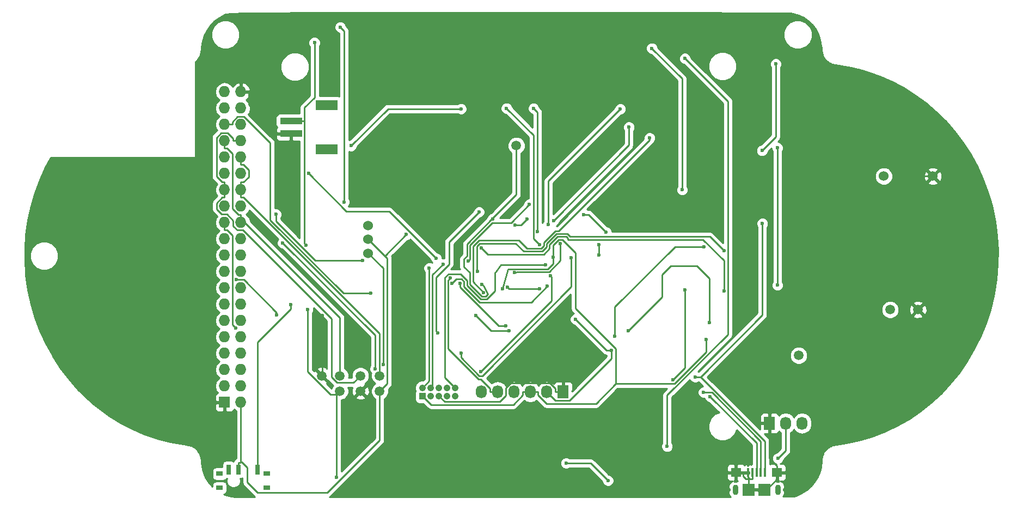
<source format=gbl>
G04 #@! TF.GenerationSoftware,KiCad,Pcbnew,(2016-12-18 revision 3ffa37c)-master*
G04 #@! TF.CreationDate,2017-02-07T02:28:39-08:00*
G04 #@! TF.ProjectId,badge-kicad,62616467652D6B696361642E6B696361,rev?*
G04 #@! TF.FileFunction,Copper,L2,Bot,Mixed*
G04 #@! TF.FilePolarity,Positive*
%FSLAX46Y46*%
G04 Gerber Fmt 4.6, Leading zero omitted, Abs format (unit mm)*
G04 Created by KiCad (PCBNEW (2016-12-18 revision 3ffa37c)-master) date Tuesday, February 07, 2017 'AMt' 02:28:39 AM*
%MOMM*%
%LPD*%
G01*
G04 APERTURE LIST*
%ADD10C,0.150000*%
%ADD11R,0.398780X1.348740*%
%ADD12O,0.899160X1.597660*%
%ADD13R,1.597660X1.399540*%
%ADD14R,1.899920X1.899920*%
%ADD15O,0.500000X1.200000*%
%ADD16C,1.500000*%
%ADD17C,1.524000*%
%ADD18R,3.400000X1.600000*%
%ADD19R,3.500000X1.000000*%
%ADD20C,1.050000*%
%ADD21R,1.050000X1.050000*%
%ADD22O,1.727200X1.727200*%
%ADD23R,1.727200X1.727200*%
%ADD24O,1.727200X2.032000*%
%ADD25R,1.727200X2.032000*%
%ADD26R,1.000000X0.800000*%
%ADD27R,0.700000X1.500000*%
%ADD28C,0.600000*%
%ADD29C,0.250000*%
%ADD30C,0.254000*%
G04 APERTURE END LIST*
D10*
D11*
X188427940Y-122792000D03*
X187777700Y-122792000D03*
X187130000Y-122792000D03*
X186482300Y-122792000D03*
X185832060Y-122792000D03*
D12*
X190429460Y-125461540D03*
X183830540Y-125461540D03*
D13*
X190327860Y-122792000D03*
X183932140Y-122792000D03*
D14*
X188328880Y-125466620D03*
X185931120Y-125466620D03*
D15*
X190430000Y-125462000D03*
X183830000Y-125462000D03*
D16*
X128530000Y-110162000D03*
X128530000Y-107762000D03*
X125530000Y-110162000D03*
X193688000Y-104610000D03*
X207912000Y-97498000D03*
X212230000Y-97498000D03*
X125530000Y-107762000D03*
X122330000Y-110162000D03*
X149780000Y-72012000D03*
X122330000Y-107762000D03*
X119530000Y-107762000D03*
D17*
X206930000Y-76762000D03*
X214530000Y-76762000D03*
D18*
X120305000Y-72562000D03*
X120305000Y-65762000D03*
D19*
X114755000Y-70162000D03*
X114755000Y-68162000D03*
D20*
X135180000Y-109642000D03*
X140260000Y-109642000D03*
X138990000Y-109642000D03*
X137720000Y-109642000D03*
X136450000Y-109642000D03*
X140260000Y-110912000D03*
X138990000Y-110912000D03*
X137720000Y-110912000D03*
X136450000Y-110912000D03*
D21*
X135180000Y-110912000D03*
D22*
X106940000Y-63640000D03*
X104400000Y-63640000D03*
X106940000Y-66180000D03*
X104400000Y-66180000D03*
X106940000Y-68720000D03*
X104400000Y-68720000D03*
X106940000Y-71260000D03*
X104400000Y-71260000D03*
X106940000Y-73800000D03*
X104400000Y-73800000D03*
X106940000Y-76340000D03*
X104400000Y-76340000D03*
X106940000Y-78880000D03*
X104400000Y-78880000D03*
X106940000Y-81420000D03*
X104400000Y-81420000D03*
X106940000Y-83960000D03*
X104400000Y-83960000D03*
X106940000Y-86500000D03*
X104400000Y-86500000D03*
X106940000Y-89040000D03*
X104400000Y-89040000D03*
X106940000Y-91580000D03*
X104400000Y-91580000D03*
X106940000Y-94120000D03*
X104400000Y-94120000D03*
X106940000Y-96660000D03*
X104400000Y-96660000D03*
X106940000Y-99200000D03*
X104400000Y-99200000D03*
X106940000Y-101740000D03*
X104400000Y-101740000D03*
X106940000Y-104280000D03*
X104400000Y-104280000D03*
X106940000Y-106820000D03*
X104400000Y-106820000D03*
X106940000Y-109360000D03*
X104400000Y-109360000D03*
X106940000Y-111900000D03*
D23*
X104400000Y-111900000D03*
D24*
X144330000Y-110262000D03*
X146870000Y-110262000D03*
X149410000Y-110262000D03*
X151950000Y-110262000D03*
X154490000Y-110262000D03*
D25*
X157030000Y-110262000D03*
D26*
X110930000Y-122987000D03*
X103630000Y-122987000D03*
X103630000Y-125187000D03*
X110930000Y-125187000D03*
D27*
X105030000Y-122337000D03*
X106530000Y-122337000D03*
X109530000Y-122337000D03*
D24*
X194210000Y-115162000D03*
X191670000Y-115162000D03*
D25*
X189130000Y-115162000D03*
D17*
X126730000Y-88712000D03*
X126730000Y-86562000D03*
X126730000Y-84412000D03*
D28*
X206030000Y-86762000D03*
X189130000Y-108203100D03*
X119583400Y-98377600D03*
X115754600Y-77605500D03*
X118373600Y-56012000D03*
X121837500Y-123512000D03*
X117338200Y-97434300D03*
X117061400Y-87498200D03*
X170847100Y-56879900D03*
X175568800Y-78874000D03*
X177576700Y-107929400D03*
X139759900Y-93380200D03*
X154596900Y-93858100D03*
X188044900Y-84116000D03*
X153081700Y-85340500D03*
X152446600Y-66213000D03*
X155551300Y-83660300D03*
X167280000Y-69147300D03*
X154750200Y-84285600D03*
X165943800Y-66311100D03*
X147650000Y-94212000D03*
X190386000Y-93688000D03*
X190386000Y-72352000D03*
X132663700Y-85825900D03*
X179318000Y-102159200D03*
X155459700Y-89328100D03*
X136233700Y-91041200D03*
X154317100Y-90526900D03*
X138370000Y-90414800D03*
X148256200Y-66213000D03*
X153378400Y-87359900D03*
X129090200Y-106043100D03*
X127118900Y-94937800D03*
X144630000Y-94862000D03*
X170502000Y-70809700D03*
X141168000Y-104213800D03*
X158271800Y-89451200D03*
X144220600Y-107099600D03*
X155107700Y-92244800D03*
X117466200Y-76340000D03*
X137309300Y-89531400D03*
X112404900Y-82690000D03*
X125890700Y-89838300D03*
X106146300Y-100389000D03*
X139506200Y-92579800D03*
X148130600Y-99991100D03*
X141010600Y-93411900D03*
X158960000Y-98992000D03*
X153400000Y-94232000D03*
X148380000Y-94002000D03*
X164557900Y-103837000D03*
X178882700Y-110337000D03*
X179890900Y-110987000D03*
X149450000Y-91742000D03*
X156631500Y-87223800D03*
X122381500Y-53589500D03*
X122984400Y-80762300D03*
X174112200Y-108387000D03*
X175980000Y-94439400D03*
X149530000Y-84312000D03*
X151430000Y-83412000D03*
X160280000Y-82712000D03*
X163730000Y-85462000D03*
X162580000Y-87362000D03*
X162580000Y-89012000D03*
X182048300Y-94582400D03*
X144337000Y-87873200D03*
X178934200Y-87694400D03*
X165093300Y-101611400D03*
X127824700Y-106677400D03*
X113459200Y-87125900D03*
X114725600Y-96702300D03*
X175995000Y-58469600D03*
X173230500Y-118738800D03*
X157505200Y-121338400D03*
X164030000Y-124051500D03*
X144418300Y-93550300D03*
X146092100Y-83392800D03*
X190451400Y-120602700D03*
X182048000Y-88310100D03*
X143740800Y-91507500D03*
X106255500Y-92850000D03*
X112501000Y-98355300D03*
X137571800Y-101133200D03*
X143974600Y-82317100D03*
X142298300Y-89965600D03*
X151801500Y-81154700D03*
X187985000Y-72780200D03*
X190119600Y-59314500D03*
X141199100Y-66295000D03*
X124088600Y-72025900D03*
X179790000Y-99522000D03*
X167190000Y-100782000D03*
X148680000Y-100732000D03*
X143450000Y-98362000D03*
D29*
X188333960Y-125461540D02*
X188328880Y-125466620D01*
X185926040Y-125461540D02*
X185931120Y-125466620D01*
X206030000Y-83262000D02*
X206030000Y-86762000D01*
X212530000Y-76762000D02*
X206030000Y-83262000D01*
X214530000Y-76762000D02*
X212530000Y-76762000D01*
X188328900Y-125500700D02*
X188328900Y-125466600D01*
X188745200Y-125917000D02*
X188328900Y-125500700D01*
X189130000Y-120569000D02*
X190327900Y-121766900D01*
X189130000Y-115162000D02*
X189130000Y-120569000D01*
X108128900Y-65611200D02*
X112679700Y-70162000D01*
X108128900Y-63640000D02*
X108128900Y-65611200D01*
X106940000Y-63640000D02*
X108128900Y-63640000D01*
X114755000Y-70162000D02*
X112679700Y-70162000D01*
X155841100Y-109741900D02*
X155841100Y-110262000D01*
X155008100Y-108908900D02*
X155841100Y-109741900D01*
X148867500Y-108908900D02*
X155008100Y-108908900D01*
X148140000Y-109636400D02*
X148867500Y-108908900D01*
X148140000Y-110829600D02*
X148140000Y-109636400D01*
X147160500Y-111809100D02*
X148140000Y-110829600D01*
X138617100Y-111809100D02*
X147160500Y-111809100D01*
X137720000Y-110912000D02*
X138617100Y-111809100D01*
X157030000Y-110262000D02*
X155841100Y-110262000D01*
X185931100Y-123890700D02*
X185832100Y-123791700D01*
X185931100Y-125466600D02*
X185931100Y-123890700D01*
X188081000Y-125917000D02*
X188745200Y-125917000D01*
X187656800Y-125917000D02*
X187206400Y-125466600D01*
X188081000Y-125917000D02*
X187656800Y-125917000D01*
X185931100Y-125466600D02*
X187206400Y-125466600D01*
X185444100Y-123791700D02*
X185832100Y-123791700D01*
X185056200Y-123403800D02*
X185444100Y-123791700D01*
X185056200Y-122792000D02*
X185056200Y-123403800D01*
X183932100Y-122792000D02*
X185056200Y-122792000D01*
X190327900Y-122279400D02*
X190327900Y-121766900D01*
X190327900Y-122279400D02*
X190327900Y-122792000D01*
X188745200Y-125399800D02*
X188745200Y-125917000D01*
X190327900Y-123817100D02*
X188745200Y-125399800D01*
X190327900Y-122792000D02*
X190327900Y-123817100D01*
X185832100Y-122792000D02*
X185832100Y-123291800D01*
X186482300Y-122792000D02*
X186482300Y-123791700D01*
X185832100Y-123541800D02*
X185832100Y-123791700D01*
X185832100Y-123291800D02*
X185832100Y-123541800D01*
X186082000Y-123791700D02*
X186482300Y-123791700D01*
X185832100Y-123541800D02*
X186082000Y-123791700D01*
X189130000Y-103662000D02*
X189130000Y-108203100D01*
X206030000Y-86762000D02*
X189130000Y-103662000D01*
X189130000Y-108203100D02*
X189130000Y-115162000D01*
X114755000Y-76605900D02*
X115754600Y-77605500D01*
X114755000Y-70162000D02*
X114755000Y-76605900D01*
X119583400Y-107708600D02*
X119583400Y-98377600D01*
X119530000Y-107762000D02*
X119583400Y-107708600D01*
X118373600Y-64543400D02*
X118373600Y-56012000D01*
X116830300Y-66086700D02*
X118373600Y-64543400D01*
X116830300Y-68162000D02*
X116830300Y-66086700D01*
X114755000Y-68162000D02*
X116830300Y-68162000D01*
X122330000Y-110162000D02*
X121837500Y-110654500D01*
X121837500Y-110654500D02*
X121837500Y-123512000D01*
X116830300Y-87267100D02*
X117061400Y-87498200D01*
X116830300Y-68162000D02*
X116830300Y-87267100D01*
X175568800Y-61601600D02*
X170847100Y-56879900D01*
X175568800Y-78874000D02*
X175568800Y-61601600D01*
X117338200Y-107161900D02*
X117338200Y-97434300D01*
X120830800Y-110654500D02*
X117338200Y-107161900D01*
X121837500Y-110654500D02*
X120830800Y-110654500D01*
X188044900Y-98305700D02*
X188044900Y-84116000D01*
X178421200Y-107929400D02*
X188044900Y-98305700D01*
X188427900Y-117936100D02*
X178421200Y-107929400D01*
X188427900Y-122792000D02*
X188427900Y-117936100D01*
X178421200Y-107929400D02*
X177576700Y-107929400D01*
X152100900Y-96354100D02*
X154596900Y-93858100D01*
X144042300Y-96354100D02*
X152100900Y-96354100D01*
X141635900Y-93947700D02*
X144042300Y-96354100D01*
X141635900Y-93152800D02*
X141635900Y-93947700D01*
X141231400Y-92748300D02*
X141635900Y-93152800D01*
X140391800Y-92748300D02*
X141231400Y-92748300D01*
X139759900Y-93380200D02*
X140391800Y-92748300D01*
X153081700Y-66848100D02*
X153081700Y-85340500D01*
X152446600Y-66213000D02*
X153081700Y-66848100D01*
X167280000Y-71931600D02*
X155551300Y-83660300D01*
X167280000Y-69147300D02*
X167280000Y-71931600D01*
X154750200Y-77504700D02*
X154750200Y-84285600D01*
X165943800Y-66311100D02*
X154750200Y-77504700D01*
X147763500Y-93550400D02*
X147650000Y-94212000D01*
X148430150Y-91209860D02*
X147763500Y-93550400D01*
X154635700Y-91169100D02*
X148430150Y-91209860D01*
X155459700Y-90345100D02*
X154635700Y-91169100D01*
X155459700Y-89328100D02*
X155459700Y-90345100D01*
X190386000Y-72352000D02*
X190386000Y-93688000D01*
X106940000Y-111900000D02*
X106940000Y-121201500D01*
X151950000Y-110262000D02*
X150761100Y-110262000D01*
X150761100Y-110782100D02*
X150761100Y-110262000D01*
X149283800Y-112259400D02*
X150761100Y-110782100D01*
X136527400Y-112259400D02*
X149283800Y-112259400D01*
X135180000Y-110912000D02*
X136527400Y-112259400D01*
X106879800Y-121261700D02*
X106940000Y-121201500D01*
X106530000Y-121261700D02*
X106879800Y-121261700D01*
X128530000Y-117754500D02*
X128530000Y-110162000D01*
X120337700Y-125946800D02*
X128530000Y-117754500D01*
X109532900Y-125946800D02*
X120337700Y-125946800D01*
X107921200Y-124335100D02*
X109532900Y-125946800D01*
X107921200Y-122059900D02*
X107921200Y-124335100D01*
X107062800Y-121201500D02*
X107921200Y-122059900D01*
X106940000Y-121201500D02*
X107062800Y-121201500D01*
X106530000Y-122337000D02*
X106530000Y-121261700D01*
X129328800Y-89160800D02*
X126730000Y-86562000D01*
X129328800Y-89160800D02*
X132663700Y-85825900D01*
X129715500Y-89547500D02*
X129328800Y-89160800D01*
X129715500Y-108976500D02*
X129715500Y-89547500D01*
X128530000Y-110162000D02*
X129715500Y-108976500D01*
X151950000Y-110262000D02*
X153138900Y-110262000D01*
X174371900Y-109022700D02*
X165212600Y-109022700D01*
X179318000Y-104076600D02*
X174371900Y-109022700D01*
X179318000Y-102159200D02*
X179318000Y-104076600D01*
X162144800Y-112090500D02*
X165212600Y-109022700D01*
X154447300Y-112090500D02*
X162144800Y-112090500D01*
X153138900Y-110782100D02*
X154447300Y-112090500D01*
X153138900Y-110262000D02*
X153138900Y-110782100D01*
X155459700Y-87511300D02*
X155459700Y-89328100D01*
X156372500Y-86598500D02*
X155459700Y-87511300D01*
X156910200Y-86598500D02*
X156372500Y-86598500D01*
X158984500Y-88672800D02*
X156910200Y-86598500D01*
X158984500Y-97314700D02*
X158984500Y-88672800D01*
X165212600Y-103542800D02*
X158984500Y-97314700D01*
X165212600Y-109022700D02*
X165212600Y-103542800D01*
X136233700Y-108588300D02*
X136233700Y-91041200D01*
X135180000Y-109642000D02*
X136233700Y-108588300D01*
X147355000Y-90512000D02*
X154317100Y-90526900D01*
X146455419Y-91813746D02*
X147355000Y-90512000D01*
X146456800Y-94618300D02*
X146455419Y-91813746D01*
X145171300Y-95903800D02*
X146456800Y-94618300D01*
X144228900Y-95903800D02*
X145171300Y-95903800D01*
X142086200Y-93761100D02*
X144228900Y-95903800D01*
X142086200Y-92966200D02*
X142086200Y-93761100D01*
X141073100Y-91953100D02*
X142086200Y-92966200D01*
X139224400Y-91953100D02*
X141073100Y-91953100D01*
X138671400Y-92506100D02*
X139224400Y-91953100D01*
X138671400Y-108053400D02*
X138671400Y-92506100D01*
X140260000Y-109642000D02*
X138671400Y-108053400D01*
X136714100Y-109377900D02*
X136450000Y-109642000D01*
X136714100Y-92070700D02*
X136714100Y-109377900D01*
X138370000Y-90414800D02*
X136714100Y-92070700D01*
X152456300Y-70413100D02*
X148256200Y-66213000D01*
X152456300Y-86437800D02*
X152456300Y-70413100D01*
X153378400Y-87359900D02*
X152456300Y-86437800D01*
X129090200Y-91072200D02*
X129090200Y-106043100D01*
X126730000Y-88712000D02*
X129090200Y-91072200D01*
X104400000Y-68720000D02*
X105588900Y-68720000D01*
X122891500Y-94937800D02*
X127118900Y-94937800D01*
X111504300Y-83550600D02*
X122891500Y-94937800D01*
X111504300Y-71599600D02*
X111504300Y-83550600D01*
X107421000Y-67516300D02*
X111504300Y-71599600D01*
X106421100Y-67516300D02*
X107421000Y-67516300D01*
X105588900Y-68348500D02*
X106421100Y-67516300D01*
X105588900Y-68720000D02*
X105588900Y-68348500D01*
X143073700Y-93178200D02*
X144630000Y-94862000D01*
X143073700Y-87615100D02*
X143073700Y-93178200D01*
X143946000Y-86742800D02*
X143073700Y-87615100D01*
X150175600Y-86742800D02*
X143946000Y-86742800D01*
X151418000Y-87985200D02*
X150175600Y-86742800D01*
X153637500Y-87985200D02*
X151418000Y-87985200D01*
X154040500Y-87582200D02*
X153637500Y-87985200D01*
X154040500Y-87019800D02*
X154040500Y-87582200D01*
X155812700Y-85247600D02*
X154040500Y-87019800D01*
X156375100Y-85247600D02*
X155812700Y-85247600D01*
X170502000Y-71120700D02*
X156375100Y-85247600D01*
X170502000Y-70809700D02*
X170502000Y-71120700D01*
X105751100Y-70890500D02*
X105751100Y-71260000D01*
X104904300Y-70043700D02*
X105751100Y-70890500D01*
X103882400Y-70043700D02*
X104904300Y-70043700D01*
X103149800Y-70776300D02*
X103882400Y-70043700D01*
X103149800Y-76812400D02*
X103149800Y-70776300D01*
X104028500Y-77691100D02*
X103149800Y-76812400D01*
X104400000Y-77691100D02*
X104028500Y-77691100D01*
X106940000Y-71260000D02*
X105751100Y-71260000D01*
X104400000Y-78291400D02*
X104400000Y-77691100D01*
X104400000Y-78291400D02*
X104400000Y-78880000D01*
X104400000Y-78880000D02*
X104400000Y-80068900D01*
X124448800Y-108843200D02*
X125530000Y-107762000D01*
X121886200Y-108843200D02*
X124448800Y-108843200D01*
X121054600Y-108011600D02*
X121886200Y-108843200D01*
X121054600Y-98933100D02*
X121054600Y-108011600D01*
X107270500Y-85149000D02*
X121054600Y-98933100D01*
X106391000Y-85149000D02*
X107270500Y-85149000D01*
X105751000Y-84509000D02*
X106391000Y-85149000D01*
X105751000Y-83628600D02*
X105751000Y-84509000D01*
X104812300Y-82689900D02*
X105751000Y-83628600D01*
X103967400Y-82689900D02*
X104812300Y-82689900D01*
X103173000Y-81895500D02*
X103967400Y-82689900D01*
X103173000Y-80924400D02*
X103173000Y-81895500D01*
X104028500Y-80068900D02*
X103173000Y-80924400D01*
X104400000Y-80068900D02*
X104028500Y-80068900D01*
X158271800Y-93954200D02*
X158271800Y-89451200D01*
X144461500Y-107764500D02*
X158271800Y-93954200D01*
X143999100Y-107764500D02*
X144461500Y-107764500D01*
X141168000Y-104933400D02*
X143999100Y-107764500D01*
X141168000Y-104213800D02*
X141168000Y-104933400D01*
X104771600Y-72448900D02*
X104400000Y-72448900D01*
X105588900Y-73266200D02*
X104771600Y-72448900D01*
X105588900Y-81791600D02*
X105588900Y-73266200D01*
X106568400Y-82771100D02*
X105588900Y-81791600D01*
X106940000Y-82771100D02*
X106568400Y-82771100D01*
X104400000Y-71260000D02*
X104400000Y-72448900D01*
X106940000Y-83960000D02*
X106940000Y-83371400D01*
X106940000Y-83371400D02*
X106940000Y-82771100D01*
X122330000Y-98761400D02*
X122330000Y-107762000D01*
X106940000Y-83371400D02*
X122330000Y-98761400D01*
X107311600Y-74988900D02*
X106940000Y-74988900D01*
X108128900Y-75806200D02*
X107311600Y-74988900D01*
X108128900Y-76873700D02*
X108128900Y-75806200D01*
X107311500Y-77691100D02*
X108128900Y-76873700D01*
X106940000Y-77691100D02*
X107311500Y-77691100D01*
X106940000Y-73800000D02*
X106940000Y-74988900D01*
X106940000Y-78291400D02*
X106940000Y-77691100D01*
X106940000Y-78291400D02*
X106940000Y-78880000D01*
X106940000Y-78880000D02*
X106940000Y-80068900D01*
X128464900Y-107696900D02*
X128530000Y-107762000D01*
X128464900Y-101216000D02*
X128464900Y-107696900D01*
X107317800Y-80068900D02*
X128464900Y-101216000D01*
X106940000Y-80068900D02*
X107317800Y-80068900D01*
X155228500Y-92365600D02*
X155107700Y-92244800D01*
X155228500Y-96091700D02*
X155228500Y-92365600D01*
X144220600Y-107099600D02*
X155228500Y-96091700D01*
X130009300Y-82231400D02*
X137309300Y-89531400D01*
X123357600Y-82231400D02*
X130009300Y-82231400D01*
X117466200Y-76340000D02*
X123357600Y-82231400D01*
X118488800Y-89838300D02*
X125890700Y-89838300D01*
X112404900Y-83754400D02*
X118488800Y-89838300D01*
X112404900Y-82690000D02*
X112404900Y-83754400D01*
X105588900Y-99831600D02*
X106146300Y-100389000D01*
X105588900Y-85966200D02*
X105588900Y-99831600D01*
X104771600Y-85148900D02*
X105588900Y-85966200D01*
X104400000Y-85148900D02*
X104771600Y-85148900D01*
X104400000Y-83960000D02*
X104400000Y-85148900D01*
X146870000Y-110262000D02*
X145681100Y-110262000D01*
X139134500Y-92951500D02*
X139506200Y-92579800D01*
X139134500Y-103536800D02*
X139134500Y-92951500D01*
X143915200Y-108317500D02*
X139134500Y-103536800D01*
X144233600Y-108317500D02*
X143915200Y-108317500D01*
X145681100Y-109765000D02*
X144233600Y-108317500D01*
X145681100Y-110262000D02*
X145681100Y-109765000D01*
X141010600Y-93959300D02*
X141010600Y-93411900D01*
X147042400Y-99991100D02*
X141010600Y-93959300D01*
X148130600Y-99991100D02*
X147042400Y-99991100D01*
X163805000Y-103837000D02*
X164557900Y-103837000D01*
X158960000Y-98992000D02*
X163805000Y-103837000D01*
X148610000Y-94232000D02*
X153400000Y-94232000D01*
X148380000Y-94002000D02*
X148610000Y-94232000D01*
X164557900Y-105099900D02*
X164557900Y-103837000D01*
X158054400Y-111603400D02*
X164557900Y-105099900D01*
X155831400Y-111603400D02*
X158054400Y-111603400D01*
X154490000Y-110262000D02*
X155831400Y-111603400D01*
X180191900Y-110337000D02*
X178882700Y-110337000D01*
X187777700Y-117922800D02*
X180191900Y-110337000D01*
X187777700Y-122792000D02*
X187777700Y-117922800D01*
X187130000Y-118226100D02*
X179890900Y-110987000D01*
X187130000Y-122792000D02*
X187130000Y-118226100D01*
X150060000Y-91632000D02*
X151955000Y-91637000D01*
X149450000Y-91742000D02*
X150060000Y-91632000D01*
X151955000Y-91637000D02*
X154875000Y-91619400D01*
X154875000Y-91619400D02*
X156631500Y-89862900D01*
X156631500Y-89862900D02*
X156631500Y-87223800D01*
X122984400Y-54192400D02*
X122381500Y-53589500D01*
X122984400Y-80762300D02*
X122984400Y-54192400D01*
X175980000Y-106519200D02*
X174112200Y-108387000D01*
X175980000Y-94439400D02*
X175980000Y-106519200D01*
X150530000Y-84312000D02*
X149530000Y-84312000D01*
X151430000Y-83412000D02*
X150530000Y-84312000D01*
X160980000Y-82712000D02*
X160280000Y-82712000D01*
X163730000Y-85462000D02*
X160980000Y-82712000D01*
X162580000Y-89012000D02*
X162580000Y-87362000D01*
X145369200Y-88905400D02*
X144337000Y-87873200D01*
X154065600Y-88905400D02*
X145369200Y-88905400D01*
X154941100Y-88029900D02*
X154065600Y-88905400D01*
X154941100Y-87393000D02*
X154941100Y-88029900D01*
X156185900Y-86148200D02*
X154941100Y-87393000D01*
X157501200Y-86148200D02*
X156185900Y-86148200D01*
X157764900Y-86411900D02*
X157501200Y-86148200D01*
X157764900Y-86598500D02*
X157764900Y-86411900D01*
X178785000Y-86598500D02*
X157764900Y-86598500D01*
X182048300Y-89861800D02*
X178785000Y-86598500D01*
X182048300Y-94582400D02*
X182048300Y-89861800D01*
X127824700Y-101491400D02*
X127824700Y-106677400D01*
X113459200Y-87125900D02*
X127824700Y-101491400D01*
X174480500Y-87694400D02*
X178934200Y-87694400D01*
X165093300Y-97081600D02*
X174480500Y-87694400D01*
X165093300Y-101611400D02*
X165093300Y-97081600D01*
X114725600Y-97382100D02*
X114725600Y-96702300D01*
X109530000Y-102577700D02*
X114725600Y-97382100D01*
X109530000Y-122337000D02*
X109530000Y-102577700D01*
X182691300Y-65165900D02*
X175995000Y-58469600D01*
X182691300Y-101340200D02*
X182691300Y-65165900D01*
X173230500Y-110801000D02*
X182691300Y-101340200D01*
X173230500Y-118738800D02*
X173230500Y-110801000D01*
X161316900Y-121338400D02*
X157505200Y-121338400D01*
X164030000Y-124051500D02*
X161316900Y-121338400D01*
X144418300Y-93550300D02*
X144630000Y-93762000D01*
X144630000Y-93762000D02*
X145354900Y-95083300D01*
X145354900Y-95083300D02*
X144984700Y-95453500D01*
X144984700Y-95453500D02*
X144415500Y-95453500D01*
X144415500Y-95453500D02*
X142536500Y-93574500D01*
X142536500Y-93574500D02*
X142536500Y-91728000D01*
X142536500Y-91728000D02*
X141644800Y-90836300D01*
X141644800Y-90836300D02*
X141644800Y-89621700D01*
X141644800Y-89621700D02*
X142095100Y-89171400D01*
X142095100Y-89171400D02*
X142095100Y-87301400D01*
X142095100Y-87301400D02*
X146047900Y-83348600D01*
X149780000Y-79616500D02*
X146047900Y-83348600D01*
X149780000Y-72012000D02*
X149780000Y-79616500D01*
X146047900Y-83348600D02*
X146092100Y-83392800D01*
X191670000Y-119384100D02*
X191670000Y-115162000D01*
X190451400Y-120602700D02*
X191670000Y-119384100D01*
X143649200Y-91415900D02*
X143740800Y-91507500D01*
X143649200Y-87676500D02*
X143649200Y-91415900D01*
X144106500Y-87219200D02*
X143649200Y-87676500D01*
X149694900Y-87219200D02*
X144106500Y-87219200D01*
X150911200Y-88435500D02*
X149694900Y-87219200D01*
X153824100Y-88435500D02*
X150911200Y-88435500D01*
X154490800Y-87768800D02*
X153824100Y-88435500D01*
X154490800Y-87206400D02*
X154490800Y-87768800D01*
X155999300Y-85697900D02*
X154490800Y-87206400D01*
X157687800Y-85697900D02*
X155999300Y-85697900D01*
X158135600Y-86145700D02*
X157687800Y-85697900D01*
X179883600Y-86145700D02*
X158135600Y-86145700D01*
X182048000Y-88310100D02*
X179883600Y-86145700D01*
X112501000Y-97973200D02*
X112501000Y-98355300D01*
X107377800Y-92850000D02*
X112501000Y-97973200D01*
X106255500Y-92850000D02*
X107377800Y-92850000D01*
X137277600Y-100839000D02*
X137571800Y-101133200D01*
X137277600Y-92460600D02*
X137277600Y-100839000D01*
X139295100Y-90443100D02*
X137277600Y-92460600D01*
X139295100Y-86996600D02*
X139295100Y-90443100D01*
X143974600Y-82317100D02*
X139295100Y-86996600D01*
X148938100Y-84018100D02*
X151801500Y-81154700D01*
X146033800Y-84018100D02*
X148938100Y-84018100D01*
X142545400Y-87506500D02*
X146033800Y-84018100D01*
X142545400Y-89718500D02*
X142545400Y-87506500D01*
X142298300Y-89965600D02*
X142545400Y-89718500D01*
X190119600Y-70645600D02*
X187985000Y-72780200D01*
X190119600Y-59314500D02*
X190119600Y-70645600D01*
X129819500Y-66295000D02*
X124088600Y-72025900D01*
X141199100Y-66295000D02*
X129819500Y-66295000D01*
X179790000Y-99522000D02*
X179790000Y-92672000D01*
X177810000Y-90692000D02*
X179790000Y-92672000D01*
X173760000Y-90692000D02*
X177810000Y-90692000D01*
X172420000Y-92032000D02*
X173760000Y-90692000D01*
X172420000Y-95552000D02*
X172420000Y-92032000D01*
X167190000Y-100782000D02*
X172420000Y-95552000D01*
X145820000Y-100732000D02*
X148680000Y-100732000D01*
X143450000Y-98362000D02*
X145820000Y-100732000D01*
D30*
G36*
X136374178Y-89671080D02*
X136374138Y-89716567D01*
X136516183Y-90060343D01*
X136662388Y-90206804D01*
X136420499Y-90106362D01*
X136048533Y-90106038D01*
X135704757Y-90248083D01*
X135441508Y-90510873D01*
X135298862Y-90854401D01*
X135298538Y-91226367D01*
X135440583Y-91570143D01*
X135473700Y-91603318D01*
X135473700Y-108273498D01*
X135265124Y-108482074D01*
X134950274Y-108481799D01*
X134523771Y-108658026D01*
X134197173Y-108984055D01*
X134020202Y-109410249D01*
X134019799Y-109871726D01*
X134102252Y-110071277D01*
X134056843Y-110139235D01*
X134007560Y-110387000D01*
X134007560Y-111437000D01*
X134056843Y-111684765D01*
X134197191Y-111894809D01*
X134407235Y-112035157D01*
X134655000Y-112084440D01*
X135277638Y-112084440D01*
X135989999Y-112796801D01*
X136236560Y-112961548D01*
X136527400Y-113019400D01*
X149283800Y-113019400D01*
X149574639Y-112961548D01*
X149821201Y-112796801D01*
X151022964Y-111595038D01*
X151376511Y-111831271D01*
X151950000Y-111945345D01*
X152523489Y-111831271D01*
X152877036Y-111595038D01*
X153909899Y-112627901D01*
X154156461Y-112792648D01*
X154447300Y-112850500D01*
X162144800Y-112850500D01*
X162435639Y-112792648D01*
X162682201Y-112627901D01*
X165527402Y-109782700D01*
X173173998Y-109782700D01*
X172693099Y-110263599D01*
X172528352Y-110510161D01*
X172470500Y-110801000D01*
X172470500Y-118176337D01*
X172438308Y-118208473D01*
X172295662Y-118552001D01*
X172295338Y-118923967D01*
X172437383Y-119267743D01*
X172700173Y-119530992D01*
X173043701Y-119673638D01*
X173415667Y-119673962D01*
X173759443Y-119531917D01*
X174022692Y-119269127D01*
X174165338Y-118925599D01*
X174165662Y-118553633D01*
X174023617Y-118209857D01*
X173990500Y-118176682D01*
X173990500Y-111115802D01*
X176743929Y-108362373D01*
X176783583Y-108458343D01*
X177046373Y-108721592D01*
X177389901Y-108864238D01*
X177761867Y-108864562D01*
X178105643Y-108722517D01*
X178122594Y-108705596D01*
X178818942Y-109401944D01*
X178697533Y-109401838D01*
X178353757Y-109543883D01*
X178090508Y-109806673D01*
X177947862Y-110150201D01*
X177947538Y-110522167D01*
X178089583Y-110865943D01*
X178352373Y-111129192D01*
X178695901Y-111271838D01*
X178997029Y-111272100D01*
X179097783Y-111515943D01*
X179360573Y-111779192D01*
X179704101Y-111921838D01*
X179750977Y-111921879D01*
X181294209Y-113465111D01*
X180565628Y-113766155D01*
X179936364Y-114394321D01*
X179595389Y-115215481D01*
X179594613Y-116104619D01*
X179934155Y-116926372D01*
X180562321Y-117555636D01*
X181383481Y-117896611D01*
X182272619Y-117897387D01*
X183094372Y-117557845D01*
X183723636Y-116929679D01*
X184027350Y-116198252D01*
X186370000Y-118540902D01*
X186370000Y-121482630D01*
X186355298Y-121482630D01*
X186355298Y-121564453D01*
X186270592Y-121529367D01*
X186223855Y-121482630D01*
X186090505Y-121482630D01*
X186043768Y-121529367D01*
X185923212Y-121579303D01*
X185744583Y-121757931D01*
X185732365Y-121787428D01*
X185732365Y-121641380D01*
X185573615Y-121482630D01*
X185506361Y-121482630D01*
X185272972Y-121579303D01*
X185194520Y-121657755D01*
X185090669Y-121553903D01*
X184857280Y-121457230D01*
X184217890Y-121457230D01*
X184059140Y-121615980D01*
X184059140Y-122665000D01*
X185732365Y-122665000D01*
X185732365Y-122590705D01*
X185806660Y-122665000D01*
X185979060Y-122665000D01*
X185979060Y-122919000D01*
X185806660Y-122919000D01*
X185732365Y-122993295D01*
X185732365Y-122919000D01*
X184059140Y-122919000D01*
X184059140Y-123968020D01*
X184192824Y-124101704D01*
X184124475Y-124068299D01*
X183957540Y-124195212D01*
X183957540Y-124228174D01*
X183830000Y-124202805D01*
X183703540Y-124227960D01*
X183703540Y-124195212D01*
X183613515Y-124126770D01*
X183646390Y-124126770D01*
X183805140Y-123968020D01*
X183805140Y-122919000D01*
X182657060Y-122919000D01*
X182498310Y-123077750D01*
X182498310Y-123618079D01*
X182594983Y-123851468D01*
X182773611Y-124030097D01*
X183007000Y-124126770D01*
X183416970Y-124126770D01*
X183153429Y-124255574D01*
X182877120Y-124579907D01*
X182745960Y-124985290D01*
X182745960Y-125334540D01*
X182945000Y-125334540D01*
X182945000Y-125588540D01*
X182745960Y-125588540D01*
X182745960Y-125937790D01*
X182877120Y-126343173D01*
X183086914Y-126589431D01*
X182021667Y-126591520D01*
X182021665Y-126591520D01*
X180647512Y-126593790D01*
X180647511Y-126593790D01*
X179163249Y-126595858D01*
X179163245Y-126595857D01*
X177564056Y-126597741D01*
X177564055Y-126597741D01*
X175846046Y-126599456D01*
X174004708Y-126601019D01*
X172035685Y-126602446D01*
X169934620Y-126603754D01*
X167697157Y-126604959D01*
X165318935Y-126606078D01*
X162795599Y-126607126D01*
X160122788Y-126608122D01*
X157296146Y-126609080D01*
X154311313Y-126610018D01*
X151163930Y-126610951D01*
X149338463Y-126611476D01*
X146145700Y-126612231D01*
X143048422Y-126612654D01*
X140049805Y-126612750D01*
X137152914Y-126612523D01*
X134360909Y-126611979D01*
X131676964Y-126611123D01*
X129104230Y-126609958D01*
X126645861Y-126608489D01*
X124305007Y-126606723D01*
X122084823Y-126604662D01*
X122084822Y-126604662D01*
X120697145Y-126603107D01*
X120875101Y-126484201D01*
X125835735Y-121523567D01*
X156570038Y-121523567D01*
X156712083Y-121867343D01*
X156974873Y-122130592D01*
X157318401Y-122273238D01*
X157690367Y-122273562D01*
X158034143Y-122131517D01*
X158067318Y-122098400D01*
X161002098Y-122098400D01*
X163094878Y-124191180D01*
X163094838Y-124236667D01*
X163236883Y-124580443D01*
X163499673Y-124843692D01*
X163843201Y-124986338D01*
X164215167Y-124986662D01*
X164558943Y-124844617D01*
X164822192Y-124581827D01*
X164964838Y-124238299D01*
X164965162Y-123866333D01*
X164823117Y-123522557D01*
X164560327Y-123259308D01*
X164216799Y-123116662D01*
X164169923Y-123116621D01*
X163019223Y-121965921D01*
X182498310Y-121965921D01*
X182498310Y-122506250D01*
X182657060Y-122665000D01*
X183805140Y-122665000D01*
X183805140Y-121615980D01*
X183646390Y-121457230D01*
X183007000Y-121457230D01*
X182773611Y-121553903D01*
X182594983Y-121732532D01*
X182498310Y-121965921D01*
X163019223Y-121965921D01*
X161854301Y-120800999D01*
X161607739Y-120636252D01*
X161316900Y-120578400D01*
X158067663Y-120578400D01*
X158035527Y-120546208D01*
X157691999Y-120403562D01*
X157320033Y-120403238D01*
X156976257Y-120545283D01*
X156713008Y-120808073D01*
X156570362Y-121151601D01*
X156570038Y-121523567D01*
X125835735Y-121523567D01*
X129067401Y-118291901D01*
X129232148Y-118045339D01*
X129290000Y-117754500D01*
X129290000Y-111346547D01*
X129313515Y-111336831D01*
X129703461Y-110947564D01*
X129914759Y-110438702D01*
X129915240Y-109887715D01*
X129904670Y-109862132D01*
X130252901Y-109513901D01*
X130417648Y-109267340D01*
X130475500Y-108976500D01*
X130475500Y-89547500D01*
X130453452Y-89436657D01*
X130417648Y-89256660D01*
X130373626Y-89190776D01*
X132803380Y-86761022D01*
X132848867Y-86761062D01*
X133192643Y-86619017D01*
X133257435Y-86554337D01*
X136374178Y-89671080D01*
X136374178Y-89671080D01*
G37*
X136374178Y-89671080D02*
X136374138Y-89716567D01*
X136516183Y-90060343D01*
X136662388Y-90206804D01*
X136420499Y-90106362D01*
X136048533Y-90106038D01*
X135704757Y-90248083D01*
X135441508Y-90510873D01*
X135298862Y-90854401D01*
X135298538Y-91226367D01*
X135440583Y-91570143D01*
X135473700Y-91603318D01*
X135473700Y-108273498D01*
X135265124Y-108482074D01*
X134950274Y-108481799D01*
X134523771Y-108658026D01*
X134197173Y-108984055D01*
X134020202Y-109410249D01*
X134019799Y-109871726D01*
X134102252Y-110071277D01*
X134056843Y-110139235D01*
X134007560Y-110387000D01*
X134007560Y-111437000D01*
X134056843Y-111684765D01*
X134197191Y-111894809D01*
X134407235Y-112035157D01*
X134655000Y-112084440D01*
X135277638Y-112084440D01*
X135989999Y-112796801D01*
X136236560Y-112961548D01*
X136527400Y-113019400D01*
X149283800Y-113019400D01*
X149574639Y-112961548D01*
X149821201Y-112796801D01*
X151022964Y-111595038D01*
X151376511Y-111831271D01*
X151950000Y-111945345D01*
X152523489Y-111831271D01*
X152877036Y-111595038D01*
X153909899Y-112627901D01*
X154156461Y-112792648D01*
X154447300Y-112850500D01*
X162144800Y-112850500D01*
X162435639Y-112792648D01*
X162682201Y-112627901D01*
X165527402Y-109782700D01*
X173173998Y-109782700D01*
X172693099Y-110263599D01*
X172528352Y-110510161D01*
X172470500Y-110801000D01*
X172470500Y-118176337D01*
X172438308Y-118208473D01*
X172295662Y-118552001D01*
X172295338Y-118923967D01*
X172437383Y-119267743D01*
X172700173Y-119530992D01*
X173043701Y-119673638D01*
X173415667Y-119673962D01*
X173759443Y-119531917D01*
X174022692Y-119269127D01*
X174165338Y-118925599D01*
X174165662Y-118553633D01*
X174023617Y-118209857D01*
X173990500Y-118176682D01*
X173990500Y-111115802D01*
X176743929Y-108362373D01*
X176783583Y-108458343D01*
X177046373Y-108721592D01*
X177389901Y-108864238D01*
X177761867Y-108864562D01*
X178105643Y-108722517D01*
X178122594Y-108705596D01*
X178818942Y-109401944D01*
X178697533Y-109401838D01*
X178353757Y-109543883D01*
X178090508Y-109806673D01*
X177947862Y-110150201D01*
X177947538Y-110522167D01*
X178089583Y-110865943D01*
X178352373Y-111129192D01*
X178695901Y-111271838D01*
X178997029Y-111272100D01*
X179097783Y-111515943D01*
X179360573Y-111779192D01*
X179704101Y-111921838D01*
X179750977Y-111921879D01*
X181294209Y-113465111D01*
X180565628Y-113766155D01*
X179936364Y-114394321D01*
X179595389Y-115215481D01*
X179594613Y-116104619D01*
X179934155Y-116926372D01*
X180562321Y-117555636D01*
X181383481Y-117896611D01*
X182272619Y-117897387D01*
X183094372Y-117557845D01*
X183723636Y-116929679D01*
X184027350Y-116198252D01*
X186370000Y-118540902D01*
X186370000Y-121482630D01*
X186355298Y-121482630D01*
X186355298Y-121564453D01*
X186270592Y-121529367D01*
X186223855Y-121482630D01*
X186090505Y-121482630D01*
X186043768Y-121529367D01*
X185923212Y-121579303D01*
X185744583Y-121757931D01*
X185732365Y-121787428D01*
X185732365Y-121641380D01*
X185573615Y-121482630D01*
X185506361Y-121482630D01*
X185272972Y-121579303D01*
X185194520Y-121657755D01*
X185090669Y-121553903D01*
X184857280Y-121457230D01*
X184217890Y-121457230D01*
X184059140Y-121615980D01*
X184059140Y-122665000D01*
X185732365Y-122665000D01*
X185732365Y-122590705D01*
X185806660Y-122665000D01*
X185979060Y-122665000D01*
X185979060Y-122919000D01*
X185806660Y-122919000D01*
X185732365Y-122993295D01*
X185732365Y-122919000D01*
X184059140Y-122919000D01*
X184059140Y-123968020D01*
X184192824Y-124101704D01*
X184124475Y-124068299D01*
X183957540Y-124195212D01*
X183957540Y-124228174D01*
X183830000Y-124202805D01*
X183703540Y-124227960D01*
X183703540Y-124195212D01*
X183613515Y-124126770D01*
X183646390Y-124126770D01*
X183805140Y-123968020D01*
X183805140Y-122919000D01*
X182657060Y-122919000D01*
X182498310Y-123077750D01*
X182498310Y-123618079D01*
X182594983Y-123851468D01*
X182773611Y-124030097D01*
X183007000Y-124126770D01*
X183416970Y-124126770D01*
X183153429Y-124255574D01*
X182877120Y-124579907D01*
X182745960Y-124985290D01*
X182745960Y-125334540D01*
X182945000Y-125334540D01*
X182945000Y-125588540D01*
X182745960Y-125588540D01*
X182745960Y-125937790D01*
X182877120Y-126343173D01*
X183086914Y-126589431D01*
X182021667Y-126591520D01*
X182021665Y-126591520D01*
X180647512Y-126593790D01*
X180647511Y-126593790D01*
X179163249Y-126595858D01*
X179163245Y-126595857D01*
X177564056Y-126597741D01*
X177564055Y-126597741D01*
X175846046Y-126599456D01*
X174004708Y-126601019D01*
X172035685Y-126602446D01*
X169934620Y-126603754D01*
X167697157Y-126604959D01*
X165318935Y-126606078D01*
X162795599Y-126607126D01*
X160122788Y-126608122D01*
X157296146Y-126609080D01*
X154311313Y-126610018D01*
X151163930Y-126610951D01*
X149338463Y-126611476D01*
X146145700Y-126612231D01*
X143048422Y-126612654D01*
X140049805Y-126612750D01*
X137152914Y-126612523D01*
X134360909Y-126611979D01*
X131676964Y-126611123D01*
X129104230Y-126609958D01*
X126645861Y-126608489D01*
X124305007Y-126606723D01*
X122084823Y-126604662D01*
X122084822Y-126604662D01*
X120697145Y-126603107D01*
X120875101Y-126484201D01*
X125835735Y-121523567D01*
X156570038Y-121523567D01*
X156712083Y-121867343D01*
X156974873Y-122130592D01*
X157318401Y-122273238D01*
X157690367Y-122273562D01*
X158034143Y-122131517D01*
X158067318Y-122098400D01*
X161002098Y-122098400D01*
X163094878Y-124191180D01*
X163094838Y-124236667D01*
X163236883Y-124580443D01*
X163499673Y-124843692D01*
X163843201Y-124986338D01*
X164215167Y-124986662D01*
X164558943Y-124844617D01*
X164822192Y-124581827D01*
X164964838Y-124238299D01*
X164965162Y-123866333D01*
X164823117Y-123522557D01*
X164560327Y-123259308D01*
X164216799Y-123116662D01*
X164169923Y-123116621D01*
X163019223Y-121965921D01*
X182498310Y-121965921D01*
X182498310Y-122506250D01*
X182657060Y-122665000D01*
X183805140Y-122665000D01*
X183805140Y-121615980D01*
X183646390Y-121457230D01*
X183007000Y-121457230D01*
X182773611Y-121553903D01*
X182594983Y-121732532D01*
X182498310Y-121965921D01*
X163019223Y-121965921D01*
X161854301Y-120800999D01*
X161607739Y-120636252D01*
X161316900Y-120578400D01*
X158067663Y-120578400D01*
X158035527Y-120546208D01*
X157691999Y-120403562D01*
X157320033Y-120403238D01*
X156976257Y-120545283D01*
X156713008Y-120808073D01*
X156570362Y-121151601D01*
X156570038Y-121523567D01*
X125835735Y-121523567D01*
X129067401Y-118291901D01*
X129232148Y-118045339D01*
X129290000Y-117754500D01*
X129290000Y-111346547D01*
X129313515Y-111336831D01*
X129703461Y-110947564D01*
X129914759Y-110438702D01*
X129915240Y-109887715D01*
X129904670Y-109862132D01*
X130252901Y-109513901D01*
X130417648Y-109267340D01*
X130475500Y-108976500D01*
X130475500Y-89547500D01*
X130453452Y-89436657D01*
X130417648Y-89256660D01*
X130373626Y-89190776D01*
X132803380Y-86761022D01*
X132848867Y-86761062D01*
X133192643Y-86619017D01*
X133257435Y-86554337D01*
X136374178Y-89671080D01*
G36*
X134038656Y-51354941D02*
X136660481Y-51355160D01*
X139433873Y-51355432D01*
X139433878Y-51355432D01*
X142363177Y-51355700D01*
X142363186Y-51355698D01*
X142363194Y-51355700D01*
X145452747Y-51355908D01*
X145452761Y-51355905D01*
X145452775Y-51355908D01*
X148706931Y-51356000D01*
X148706941Y-51355998D01*
X148706951Y-51356000D01*
X148999993Y-51356000D01*
X152251927Y-51356032D01*
X155338843Y-51356138D01*
X158265059Y-51356332D01*
X161034895Y-51356626D01*
X163652668Y-51357033D01*
X166122700Y-51357568D01*
X168449306Y-51358242D01*
X170636807Y-51359070D01*
X172689518Y-51360065D01*
X174611759Y-51361239D01*
X176407845Y-51362606D01*
X178082092Y-51364180D01*
X178082093Y-51364180D01*
X179638996Y-51365973D01*
X179639000Y-51365972D01*
X181082335Y-51367999D01*
X181082336Y-51367999D01*
X182417210Y-51370271D01*
X182417212Y-51370271D01*
X183646993Y-51372800D01*
X183646996Y-51372801D01*
X184776977Y-51375605D01*
X185810991Y-51378694D01*
X185810993Y-51378694D01*
X186752872Y-51382080D01*
X187607790Y-51385780D01*
X188379162Y-51389800D01*
X189072892Y-51394165D01*
X189690578Y-51398869D01*
X190239390Y-51403944D01*
X190721657Y-51409387D01*
X191142147Y-51415211D01*
X191505123Y-51421425D01*
X191814341Y-51428024D01*
X192074365Y-51435012D01*
X192288684Y-51442354D01*
X192460780Y-51449983D01*
X192593983Y-51457760D01*
X192690662Y-51465350D01*
X192751958Y-51471987D01*
X192765745Y-51474104D01*
X193650031Y-51730848D01*
X194440241Y-52106547D01*
X195146025Y-52596411D01*
X195762393Y-53192921D01*
X196283129Y-53889317D01*
X196700738Y-54679050D01*
X197006628Y-55555376D01*
X197194642Y-56528004D01*
X197223939Y-56818424D01*
X197262381Y-57245207D01*
X197267087Y-57261199D01*
X197266083Y-57277838D01*
X197307626Y-57581214D01*
X197320414Y-57618254D01*
X197322336Y-57657392D01*
X197376965Y-57875500D01*
X197403577Y-57931769D01*
X197417380Y-57992470D01*
X197495424Y-58167259D01*
X197526400Y-58210990D01*
X197545957Y-58260882D01*
X197650635Y-58424220D01*
X197673801Y-58448289D01*
X197688830Y-58478122D01*
X197857200Y-58693722D01*
X197900872Y-58731368D01*
X197934757Y-58778022D01*
X198116872Y-58946417D01*
X198180961Y-58985703D01*
X198236912Y-59035911D01*
X198460647Y-59168507D01*
X198521674Y-59190001D01*
X198576836Y-59223811D01*
X198870067Y-59332016D01*
X198910547Y-59338431D01*
X198947706Y-59355719D01*
X199338309Y-59450939D01*
X199359719Y-59451855D01*
X199379653Y-59459723D01*
X199895503Y-59553365D01*
X199903667Y-59553228D01*
X199911330Y-59556054D01*
X200254766Y-59610408D01*
X201787616Y-59881633D01*
X203209644Y-60211692D01*
X204599928Y-60620287D01*
X206034809Y-61128838D01*
X206265699Y-61218028D01*
X208207194Y-62064357D01*
X210060886Y-63048039D01*
X211832403Y-64167290D01*
X213515762Y-65415269D01*
X215104917Y-66785087D01*
X216593799Y-68269827D01*
X217976325Y-69862523D01*
X219246408Y-71556179D01*
X220397997Y-73343803D01*
X221425027Y-75218350D01*
X222321496Y-77172844D01*
X223081374Y-79200220D01*
X223701663Y-81303594D01*
X223797857Y-81690237D01*
X224234076Y-83843863D01*
X224515171Y-86033560D01*
X224642720Y-88251197D01*
X224616281Y-90477635D01*
X224435612Y-92693781D01*
X224099125Y-94890559D01*
X224002910Y-95373859D01*
X223472805Y-97519695D01*
X222790263Y-99607789D01*
X221958050Y-101638268D01*
X220981460Y-103601236D01*
X219865845Y-105486774D01*
X218616568Y-107285041D01*
X217238510Y-108986855D01*
X215841927Y-110478252D01*
X214260678Y-111938922D01*
X212588002Y-113266400D01*
X210831143Y-114457411D01*
X208997969Y-115508097D01*
X207096373Y-116414576D01*
X205134220Y-117172977D01*
X203119352Y-117779430D01*
X201052704Y-118231569D01*
X200018052Y-118395981D01*
X199509281Y-118472835D01*
X199493610Y-118478489D01*
X199476950Y-118478486D01*
X199099656Y-118553459D01*
X199067217Y-118566888D01*
X199032276Y-118570312D01*
X198754583Y-118654397D01*
X198703234Y-118681810D01*
X198646997Y-118696815D01*
X198434317Y-118801416D01*
X198381738Y-118841672D01*
X198322005Y-118870273D01*
X198139748Y-119006796D01*
X198116593Y-119032589D01*
X198086917Y-119050506D01*
X198022785Y-119109008D01*
X198003327Y-119135421D01*
X197976903Y-119154872D01*
X197765868Y-119386051D01*
X197727839Y-119448989D01*
X197678822Y-119503803D01*
X197529007Y-119757589D01*
X197503351Y-119830836D01*
X197465371Y-119898511D01*
X197362248Y-120214924D01*
X197356014Y-120267197D01*
X197337266Y-120316393D01*
X197266305Y-120735459D01*
X197266976Y-120758891D01*
X197260073Y-120781290D01*
X197224194Y-121129813D01*
X197144788Y-121815898D01*
X197035865Y-122363750D01*
X196881050Y-122862288D01*
X196653956Y-123400036D01*
X196642160Y-123424983D01*
X196172383Y-124233585D01*
X195600558Y-124928613D01*
X194922131Y-125526256D01*
X194146378Y-126017642D01*
X193264692Y-126400930D01*
X193036261Y-126474998D01*
X193031245Y-126476351D01*
X193017174Y-126479268D01*
X192982290Y-126484656D01*
X192921020Y-126491656D01*
X192830200Y-126499383D01*
X192707173Y-126507273D01*
X192548808Y-126515034D01*
X192352022Y-126522504D01*
X192112837Y-126529623D01*
X191827847Y-126536347D01*
X191492892Y-126542673D01*
X191209237Y-126546996D01*
X191382880Y-126343173D01*
X191514040Y-125937790D01*
X191514040Y-125588540D01*
X191315000Y-125588540D01*
X191315000Y-125334540D01*
X191514040Y-125334540D01*
X191514040Y-124985290D01*
X191382880Y-124579907D01*
X191106571Y-124255574D01*
X190843030Y-124126770D01*
X191253000Y-124126770D01*
X191486389Y-124030097D01*
X191665017Y-123851468D01*
X191761690Y-123618079D01*
X191761690Y-123077750D01*
X191602940Y-122919000D01*
X190454860Y-122919000D01*
X190454860Y-123968020D01*
X190613610Y-124126770D01*
X190646485Y-124126770D01*
X190556460Y-124195212D01*
X190556460Y-124227960D01*
X190430000Y-124202805D01*
X190302460Y-124228174D01*
X190302460Y-124195212D01*
X190135525Y-124068299D01*
X190067176Y-124101704D01*
X190200860Y-123968020D01*
X190200860Y-122919000D01*
X190180860Y-122919000D01*
X190180860Y-122665000D01*
X190200860Y-122665000D01*
X190200860Y-122645000D01*
X190454860Y-122645000D01*
X190454860Y-122665000D01*
X191602940Y-122665000D01*
X191761690Y-122506250D01*
X191761690Y-121965921D01*
X191665017Y-121732532D01*
X191486389Y-121553903D01*
X191253000Y-121457230D01*
X190831712Y-121457230D01*
X190980343Y-121395817D01*
X191243592Y-121133027D01*
X191386238Y-120789499D01*
X191386279Y-120742623D01*
X192207401Y-119921501D01*
X192372148Y-119674939D01*
X192430000Y-119384100D01*
X192430000Y-116606648D01*
X192729670Y-116406415D01*
X192940000Y-116091634D01*
X193150330Y-116406415D01*
X193636511Y-116731271D01*
X194210000Y-116845345D01*
X194783489Y-116731271D01*
X195269670Y-116406415D01*
X195594526Y-115920234D01*
X195708600Y-115346745D01*
X195708600Y-114977255D01*
X195594526Y-114403766D01*
X195269670Y-113917585D01*
X194783489Y-113592729D01*
X194210000Y-113478655D01*
X193636511Y-113592729D01*
X193150330Y-113917585D01*
X192940000Y-114232366D01*
X192729670Y-113917585D01*
X192243489Y-113592729D01*
X191670000Y-113478655D01*
X191096511Y-113592729D01*
X190610330Y-113917585D01*
X190595500Y-113939780D01*
X190531927Y-113786302D01*
X190353299Y-113607673D01*
X190119910Y-113511000D01*
X189415750Y-113511000D01*
X189257000Y-113669750D01*
X189257000Y-115035000D01*
X189277000Y-115035000D01*
X189277000Y-115289000D01*
X189257000Y-115289000D01*
X189257000Y-116654250D01*
X189415750Y-116813000D01*
X190119910Y-116813000D01*
X190353299Y-116716327D01*
X190531927Y-116537698D01*
X190595500Y-116384220D01*
X190610330Y-116406415D01*
X190910000Y-116606648D01*
X190910000Y-119069298D01*
X190311720Y-119667578D01*
X190266233Y-119667538D01*
X189922457Y-119809583D01*
X189659208Y-120072373D01*
X189516562Y-120415901D01*
X189516238Y-120787867D01*
X189658283Y-121131643D01*
X189921073Y-121394892D01*
X190200858Y-121511069D01*
X190200858Y-121615978D01*
X190042110Y-121457230D01*
X189402720Y-121457230D01*
X189187900Y-121546211D01*
X189187900Y-117936100D01*
X189130048Y-117645261D01*
X188965301Y-117398699D01*
X188379602Y-116813000D01*
X188844250Y-116813000D01*
X189003000Y-116654250D01*
X189003000Y-115289000D01*
X187790150Y-115289000D01*
X187631400Y-115447750D01*
X187631400Y-116064798D01*
X185586293Y-114019691D01*
X187631400Y-114019691D01*
X187631400Y-114876250D01*
X187790150Y-115035000D01*
X189003000Y-115035000D01*
X189003000Y-113669750D01*
X188844250Y-113511000D01*
X188140090Y-113511000D01*
X187906701Y-113607673D01*
X187728073Y-113786302D01*
X187631400Y-114019691D01*
X185586293Y-114019691D01*
X179496002Y-107929400D01*
X182541117Y-104884285D01*
X192302760Y-104884285D01*
X192513169Y-105393515D01*
X192902436Y-105783461D01*
X193411298Y-105994759D01*
X193962285Y-105995240D01*
X194471515Y-105784831D01*
X194861461Y-105395564D01*
X195072759Y-104886702D01*
X195073240Y-104335715D01*
X194862831Y-103826485D01*
X194473564Y-103436539D01*
X193964702Y-103225241D01*
X193413715Y-103224760D01*
X192904485Y-103435169D01*
X192514539Y-103824436D01*
X192303241Y-104333298D01*
X192302760Y-104884285D01*
X182541117Y-104884285D01*
X188582301Y-98843101D01*
X188747048Y-98596539D01*
X188804900Y-98305700D01*
X188804900Y-97772285D01*
X206526760Y-97772285D01*
X206737169Y-98281515D01*
X207126436Y-98671461D01*
X207635298Y-98882759D01*
X208186285Y-98883240D01*
X208695515Y-98672831D01*
X208899183Y-98469517D01*
X211438088Y-98469517D01*
X211506077Y-98710460D01*
X212025171Y-98895201D01*
X212575448Y-98867230D01*
X212953923Y-98710460D01*
X213021912Y-98469517D01*
X212230000Y-97677605D01*
X211438088Y-98469517D01*
X208899183Y-98469517D01*
X209085461Y-98283564D01*
X209296759Y-97774702D01*
X209297179Y-97293171D01*
X210832799Y-97293171D01*
X210860770Y-97843448D01*
X211017540Y-98221923D01*
X211258483Y-98289912D01*
X212050395Y-97498000D01*
X212409605Y-97498000D01*
X213201517Y-98289912D01*
X213442460Y-98221923D01*
X213627201Y-97702829D01*
X213599230Y-97152552D01*
X213442460Y-96774077D01*
X213201517Y-96706088D01*
X212409605Y-97498000D01*
X212050395Y-97498000D01*
X211258483Y-96706088D01*
X211017540Y-96774077D01*
X210832799Y-97293171D01*
X209297179Y-97293171D01*
X209297240Y-97223715D01*
X209086831Y-96714485D01*
X208899157Y-96526483D01*
X211438088Y-96526483D01*
X212230000Y-97318395D01*
X213021912Y-96526483D01*
X212953923Y-96285540D01*
X212434829Y-96100799D01*
X211884552Y-96128770D01*
X211506077Y-96285540D01*
X211438088Y-96526483D01*
X208899157Y-96526483D01*
X208697564Y-96324539D01*
X208188702Y-96113241D01*
X207637715Y-96112760D01*
X207128485Y-96323169D01*
X206738539Y-96712436D01*
X206527241Y-97221298D01*
X206526760Y-97772285D01*
X188804900Y-97772285D01*
X188804900Y-84678463D01*
X188837092Y-84646327D01*
X188979738Y-84302799D01*
X188980062Y-83930833D01*
X188838017Y-83587057D01*
X188575227Y-83323808D01*
X188231699Y-83181162D01*
X187859733Y-83180838D01*
X187515957Y-83322883D01*
X187252708Y-83585673D01*
X187110062Y-83929201D01*
X187109738Y-84301167D01*
X187251783Y-84644943D01*
X187284900Y-84678118D01*
X187284900Y-97990898D01*
X178122795Y-107153003D01*
X178107027Y-107137208D01*
X178009564Y-107096738D01*
X183228701Y-101877601D01*
X183393448Y-101631039D01*
X183451300Y-101340200D01*
X183451300Y-72965367D01*
X187049838Y-72965367D01*
X187191883Y-73309143D01*
X187454673Y-73572392D01*
X187798201Y-73715038D01*
X188170167Y-73715362D01*
X188513943Y-73573317D01*
X188777192Y-73310527D01*
X188919838Y-72966999D01*
X188919879Y-72920123D01*
X189450967Y-72389035D01*
X189450838Y-72537167D01*
X189592883Y-72880943D01*
X189626000Y-72914118D01*
X189626000Y-93125537D01*
X189593808Y-93157673D01*
X189451162Y-93501201D01*
X189450838Y-93873167D01*
X189592883Y-94216943D01*
X189855673Y-94480192D01*
X190199201Y-94622838D01*
X190571167Y-94623162D01*
X190914943Y-94481117D01*
X191178192Y-94218327D01*
X191320838Y-93874799D01*
X191321162Y-93502833D01*
X191179117Y-93159057D01*
X191146000Y-93125882D01*
X191146000Y-77038661D01*
X205532758Y-77038661D01*
X205744990Y-77552303D01*
X206137630Y-77945629D01*
X206650900Y-78158757D01*
X207206661Y-78159242D01*
X207720303Y-77947010D01*
X207925457Y-77742213D01*
X213729392Y-77742213D01*
X213798857Y-77984397D01*
X214322302Y-78171144D01*
X214877368Y-78143362D01*
X215261143Y-77984397D01*
X215330608Y-77742213D01*
X214530000Y-76941605D01*
X213729392Y-77742213D01*
X207925457Y-77742213D01*
X208113629Y-77554370D01*
X208326757Y-77041100D01*
X208327181Y-76554302D01*
X213120856Y-76554302D01*
X213148638Y-77109368D01*
X213307603Y-77493143D01*
X213549787Y-77562608D01*
X214350395Y-76762000D01*
X214709605Y-76762000D01*
X215510213Y-77562608D01*
X215752397Y-77493143D01*
X215939144Y-76969698D01*
X215911362Y-76414632D01*
X215752397Y-76030857D01*
X215510213Y-75961392D01*
X214709605Y-76762000D01*
X214350395Y-76762000D01*
X213549787Y-75961392D01*
X213307603Y-76030857D01*
X213120856Y-76554302D01*
X208327181Y-76554302D01*
X208327242Y-76485339D01*
X208115010Y-75971697D01*
X207925432Y-75781787D01*
X213729392Y-75781787D01*
X214530000Y-76582395D01*
X215330608Y-75781787D01*
X215261143Y-75539603D01*
X214737698Y-75352856D01*
X214182632Y-75380638D01*
X213798857Y-75539603D01*
X213729392Y-75781787D01*
X207925432Y-75781787D01*
X207722370Y-75578371D01*
X207209100Y-75365243D01*
X206653339Y-75364758D01*
X206139697Y-75576990D01*
X205746371Y-75969630D01*
X205533243Y-76482900D01*
X205532758Y-77038661D01*
X191146000Y-77038661D01*
X191146000Y-72914463D01*
X191178192Y-72882327D01*
X191320838Y-72538799D01*
X191321162Y-72166833D01*
X191179117Y-71823057D01*
X190916327Y-71559808D01*
X190572799Y-71417162D01*
X190422971Y-71417031D01*
X190657001Y-71183001D01*
X190821748Y-70936440D01*
X190879600Y-70645600D01*
X190879600Y-59876963D01*
X190911792Y-59844827D01*
X191054438Y-59501299D01*
X191054762Y-59129333D01*
X190912717Y-58785557D01*
X190649927Y-58522308D01*
X190306399Y-58379662D01*
X189934433Y-58379338D01*
X189590657Y-58521383D01*
X189327408Y-58784173D01*
X189184762Y-59127701D01*
X189184438Y-59499667D01*
X189326483Y-59843443D01*
X189359600Y-59876618D01*
X189359600Y-70330798D01*
X187845320Y-71845078D01*
X187799833Y-71845038D01*
X187456057Y-71987083D01*
X187192808Y-72249873D01*
X187050162Y-72593401D01*
X187049838Y-72965367D01*
X183451300Y-72965367D01*
X183451300Y-65165900D01*
X183413092Y-64973817D01*
X183393448Y-64875060D01*
X183228701Y-64628499D01*
X178704821Y-60104619D01*
X179594613Y-60104619D01*
X179934155Y-60926372D01*
X180562321Y-61555636D01*
X181383481Y-61896611D01*
X182272619Y-61897387D01*
X183094372Y-61557845D01*
X183723636Y-60929679D01*
X184064611Y-60108519D01*
X184065387Y-59219381D01*
X183725845Y-58397628D01*
X183097679Y-57768364D01*
X182276519Y-57427389D01*
X181387381Y-57426613D01*
X180565628Y-57766155D01*
X179936364Y-58394321D01*
X179595389Y-59215481D01*
X179594613Y-60104619D01*
X178704821Y-60104619D01*
X176930122Y-58329920D01*
X176930162Y-58284433D01*
X176788117Y-57940657D01*
X176525327Y-57677408D01*
X176181799Y-57534762D01*
X175809833Y-57534438D01*
X175466057Y-57676483D01*
X175202808Y-57939273D01*
X175060162Y-58282801D01*
X175059838Y-58654767D01*
X175201883Y-58998543D01*
X175464673Y-59261792D01*
X175808201Y-59404438D01*
X175855077Y-59404479D01*
X181931300Y-65480702D01*
X181931300Y-87118598D01*
X180421001Y-85608299D01*
X180174439Y-85443552D01*
X179883600Y-85385700D01*
X164665067Y-85385700D01*
X164665162Y-85276833D01*
X164523117Y-84933057D01*
X164260327Y-84669808D01*
X163916799Y-84527162D01*
X163869923Y-84527121D01*
X161517401Y-82174599D01*
X161270839Y-82009852D01*
X160980000Y-81952000D01*
X160842463Y-81952000D01*
X160810327Y-81919808D01*
X160787269Y-81910233D01*
X171039401Y-71658101D01*
X171167277Y-71466721D01*
X171294192Y-71340027D01*
X171436838Y-70996499D01*
X171437162Y-70624533D01*
X171295117Y-70280757D01*
X171032327Y-70017508D01*
X170688799Y-69874862D01*
X170316833Y-69874538D01*
X169973057Y-70016583D01*
X169709808Y-70279373D01*
X169567162Y-70622901D01*
X169566850Y-70981048D01*
X156060298Y-84487600D01*
X155997514Y-84487600D01*
X156080243Y-84453417D01*
X156343492Y-84190627D01*
X156486138Y-83847099D01*
X156486179Y-83800223D01*
X167817401Y-72469001D01*
X167982148Y-72222439D01*
X168040000Y-71931600D01*
X168040000Y-69709763D01*
X168072192Y-69677627D01*
X168214838Y-69334099D01*
X168215162Y-68962133D01*
X168073117Y-68618357D01*
X167810327Y-68355108D01*
X167466799Y-68212462D01*
X167094833Y-68212138D01*
X166751057Y-68354183D01*
X166487808Y-68616973D01*
X166345162Y-68960501D01*
X166344838Y-69332467D01*
X166486883Y-69676243D01*
X166520000Y-69709418D01*
X166520000Y-71616798D01*
X155510200Y-82626598D01*
X155510200Y-77819502D01*
X166083480Y-67246222D01*
X166128967Y-67246262D01*
X166472743Y-67104217D01*
X166735992Y-66841427D01*
X166878638Y-66497899D01*
X166878962Y-66125933D01*
X166736917Y-65782157D01*
X166474127Y-65518908D01*
X166130599Y-65376262D01*
X165758633Y-65375938D01*
X165414857Y-65517983D01*
X165151608Y-65780773D01*
X165008962Y-66124301D01*
X165008921Y-66171177D01*
X154212799Y-76967299D01*
X154048052Y-77213861D01*
X153990200Y-77504700D01*
X153990200Y-83723137D01*
X153958008Y-83755273D01*
X153841700Y-84035372D01*
X153841700Y-66848100D01*
X153783848Y-66557261D01*
X153619101Y-66310699D01*
X153381722Y-66073320D01*
X153381762Y-66027833D01*
X153239717Y-65684057D01*
X152976927Y-65420808D01*
X152633399Y-65278162D01*
X152261433Y-65277838D01*
X151917657Y-65419883D01*
X151654408Y-65682673D01*
X151511762Y-66026201D01*
X151511438Y-66398167D01*
X151653483Y-66741943D01*
X151916273Y-67005192D01*
X152259801Y-67147838D01*
X152306677Y-67147879D01*
X152321700Y-67162902D01*
X152321700Y-69203698D01*
X149191322Y-66073320D01*
X149191362Y-66027833D01*
X149049317Y-65684057D01*
X148786527Y-65420808D01*
X148442999Y-65278162D01*
X148071033Y-65277838D01*
X147727257Y-65419883D01*
X147464008Y-65682673D01*
X147321362Y-66026201D01*
X147321038Y-66398167D01*
X147463083Y-66741943D01*
X147725873Y-67005192D01*
X148069401Y-67147838D01*
X148116277Y-67147879D01*
X151696300Y-70727902D01*
X151696300Y-80219608D01*
X151616333Y-80219538D01*
X151272557Y-80361583D01*
X151009308Y-80624373D01*
X150866662Y-80967901D01*
X150866621Y-81014777D01*
X148623298Y-83258100D01*
X147213202Y-83258100D01*
X150317401Y-80153901D01*
X150482148Y-79907340D01*
X150498101Y-79827138D01*
X150540000Y-79616500D01*
X150540000Y-73196547D01*
X150563515Y-73186831D01*
X150953461Y-72797564D01*
X151164759Y-72288702D01*
X151165240Y-71737715D01*
X150954831Y-71228485D01*
X150565564Y-70838539D01*
X150056702Y-70627241D01*
X149505715Y-70626760D01*
X148996485Y-70837169D01*
X148606539Y-71226436D01*
X148395241Y-71735298D01*
X148394760Y-72286285D01*
X148605169Y-72795515D01*
X148994436Y-73185461D01*
X149020000Y-73196076D01*
X149020000Y-79301698D01*
X145833872Y-82487826D01*
X145563157Y-82599683D01*
X145299908Y-82862473D01*
X145186777Y-83134921D01*
X141557699Y-86763999D01*
X141392952Y-87010561D01*
X141335100Y-87301400D01*
X141335100Y-88856598D01*
X141107399Y-89084299D01*
X140942652Y-89330861D01*
X140884800Y-89621700D01*
X140884800Y-90836300D01*
X140942652Y-91127139D01*
X140986726Y-91193100D01*
X139619902Y-91193100D01*
X139832501Y-90980501D01*
X139997248Y-90733939D01*
X140055100Y-90443100D01*
X140055100Y-87311402D01*
X144114280Y-83252222D01*
X144159767Y-83252262D01*
X144503543Y-83110217D01*
X144766792Y-82847427D01*
X144909438Y-82503899D01*
X144909762Y-82131933D01*
X144767717Y-81788157D01*
X144504927Y-81524908D01*
X144161399Y-81382262D01*
X143789433Y-81381938D01*
X143445657Y-81523983D01*
X143182408Y-81786773D01*
X143039762Y-82130301D01*
X143039721Y-82177177D01*
X138757699Y-86459199D01*
X138592952Y-86705761D01*
X138535100Y-86996600D01*
X138535100Y-89479943D01*
X138244346Y-89479690D01*
X138244462Y-89346233D01*
X138102417Y-89002457D01*
X137839627Y-88739208D01*
X137496099Y-88596562D01*
X137449223Y-88596521D01*
X130546701Y-81693999D01*
X130300139Y-81529252D01*
X130009300Y-81471400D01*
X123672402Y-81471400D01*
X123634987Y-81433985D01*
X123776592Y-81292627D01*
X123919238Y-80949099D01*
X123919562Y-80577133D01*
X123777517Y-80233357D01*
X123744400Y-80200182D01*
X123744400Y-72895379D01*
X123901801Y-72960738D01*
X124273767Y-72961062D01*
X124617543Y-72819017D01*
X124880792Y-72556227D01*
X125023438Y-72212699D01*
X125023479Y-72165823D01*
X130134303Y-67055000D01*
X140636637Y-67055000D01*
X140668773Y-67087192D01*
X141012301Y-67229838D01*
X141384267Y-67230162D01*
X141728043Y-67088117D01*
X141991292Y-66825327D01*
X142133938Y-66481799D01*
X142134262Y-66109833D01*
X141992217Y-65766057D01*
X141729427Y-65502808D01*
X141385899Y-65360162D01*
X141013933Y-65359838D01*
X140670157Y-65501883D01*
X140636982Y-65535000D01*
X129819500Y-65535000D01*
X129528661Y-65592852D01*
X129282099Y-65757598D01*
X123948920Y-71090778D01*
X123903433Y-71090738D01*
X123744400Y-71156449D01*
X123744400Y-57065067D01*
X169911938Y-57065067D01*
X170053983Y-57408843D01*
X170316773Y-57672092D01*
X170660301Y-57814738D01*
X170707177Y-57814779D01*
X174808800Y-61916402D01*
X174808800Y-78311537D01*
X174776608Y-78343673D01*
X174633962Y-78687201D01*
X174633638Y-79059167D01*
X174775683Y-79402943D01*
X175038473Y-79666192D01*
X175382001Y-79808838D01*
X175753967Y-79809162D01*
X176097743Y-79667117D01*
X176360992Y-79404327D01*
X176503638Y-79060799D01*
X176503962Y-78688833D01*
X176361917Y-78345057D01*
X176328800Y-78311882D01*
X176328800Y-61601600D01*
X176296150Y-61437459D01*
X176270948Y-61310760D01*
X176106201Y-61064199D01*
X171782222Y-56740220D01*
X171782262Y-56694733D01*
X171640217Y-56350957D01*
X171377427Y-56087708D01*
X171033899Y-55945062D01*
X170661933Y-55944738D01*
X170318157Y-56086783D01*
X170054908Y-56349573D01*
X169912262Y-56693101D01*
X169911938Y-57065067D01*
X123744400Y-57065067D01*
X123744400Y-55204619D01*
X191294613Y-55204619D01*
X191634155Y-56026372D01*
X192262321Y-56655636D01*
X193083481Y-56996611D01*
X193972619Y-56997387D01*
X194794372Y-56657845D01*
X195423636Y-56029679D01*
X195764611Y-55208519D01*
X195765387Y-54319381D01*
X195425845Y-53497628D01*
X194797679Y-52868364D01*
X193976519Y-52527389D01*
X193087381Y-52526613D01*
X192265628Y-52866155D01*
X191636364Y-53494321D01*
X191295389Y-54315481D01*
X191294613Y-55204619D01*
X123744400Y-55204619D01*
X123744400Y-54192400D01*
X123723226Y-54085954D01*
X123686548Y-53901560D01*
X123521801Y-53654999D01*
X123316622Y-53449820D01*
X123316662Y-53404333D01*
X123174617Y-53060557D01*
X122911827Y-52797308D01*
X122568299Y-52654662D01*
X122196333Y-52654338D01*
X121852557Y-52796383D01*
X121589308Y-53059173D01*
X121446662Y-53402701D01*
X121446338Y-53774667D01*
X121588383Y-54118443D01*
X121851173Y-54381692D01*
X122194701Y-54524338D01*
X122224400Y-54524364D01*
X122224400Y-64358201D01*
X122005000Y-64314560D01*
X119133600Y-64314560D01*
X119133600Y-56574463D01*
X119165792Y-56542327D01*
X119308438Y-56198799D01*
X119308762Y-55826833D01*
X119166717Y-55483057D01*
X118903927Y-55219808D01*
X118560399Y-55077162D01*
X118188433Y-55076838D01*
X117844657Y-55218883D01*
X117581408Y-55481673D01*
X117438762Y-55825201D01*
X117438438Y-56197167D01*
X117580483Y-56540943D01*
X117613600Y-56574118D01*
X117613600Y-64228598D01*
X116292899Y-65549299D01*
X116128152Y-65795861D01*
X116070300Y-66086700D01*
X116070300Y-67014560D01*
X113005000Y-67014560D01*
X112757235Y-67063843D01*
X112547191Y-67204191D01*
X112406843Y-67414235D01*
X112357560Y-67662000D01*
X112357560Y-68662000D01*
X112406843Y-68909765D01*
X112547191Y-69119809D01*
X112608320Y-69160654D01*
X112466673Y-69302302D01*
X112370000Y-69535691D01*
X112370000Y-69876250D01*
X112528750Y-70035000D01*
X114628000Y-70035000D01*
X114628000Y-70015000D01*
X114882000Y-70015000D01*
X114882000Y-70035000D01*
X114902000Y-70035000D01*
X114902000Y-70289000D01*
X114882000Y-70289000D01*
X114882000Y-71138250D01*
X115040750Y-71297000D01*
X116070300Y-71297000D01*
X116070300Y-86344998D01*
X113164900Y-83439598D01*
X113164900Y-83252463D01*
X113197092Y-83220327D01*
X113339738Y-82876799D01*
X113340062Y-82504833D01*
X113198017Y-82161057D01*
X112935227Y-81897808D01*
X112591699Y-81755162D01*
X112264300Y-81754877D01*
X112264300Y-71599600D01*
X112243608Y-71495573D01*
X112206448Y-71308760D01*
X112041701Y-71062199D01*
X111427252Y-70447750D01*
X112370000Y-70447750D01*
X112370000Y-70788309D01*
X112466673Y-71021698D01*
X112645301Y-71200327D01*
X112878690Y-71297000D01*
X114469250Y-71297000D01*
X114628000Y-71138250D01*
X114628000Y-70289000D01*
X112528750Y-70289000D01*
X112370000Y-70447750D01*
X111427252Y-70447750D01*
X108099350Y-67119848D01*
X108324526Y-66782848D01*
X108438600Y-66209359D01*
X108438600Y-66150641D01*
X108324526Y-65577152D01*
X107999670Y-65090971D01*
X107728839Y-64910008D01*
X108146821Y-64528490D01*
X108394968Y-63999027D01*
X108274469Y-63767000D01*
X107067000Y-63767000D01*
X107067000Y-63787000D01*
X106813000Y-63787000D01*
X106813000Y-63767000D01*
X106793000Y-63767000D01*
X106793000Y-63513000D01*
X106813000Y-63513000D01*
X106813000Y-62306183D01*
X107067000Y-62306183D01*
X107067000Y-63513000D01*
X108274469Y-63513000D01*
X108394968Y-63280973D01*
X108146821Y-62751510D01*
X107714947Y-62357312D01*
X107299026Y-62185042D01*
X107067000Y-62306183D01*
X106813000Y-62306183D01*
X106580974Y-62185042D01*
X106165053Y-62357312D01*
X105733179Y-62751510D01*
X105675664Y-62874228D01*
X105459670Y-62550971D01*
X104973489Y-62226115D01*
X104400000Y-62112041D01*
X103826511Y-62226115D01*
X103340330Y-62550971D01*
X103015474Y-63037152D01*
X102901400Y-63610641D01*
X102901400Y-63669359D01*
X103015474Y-64242848D01*
X103340330Y-64729029D01*
X103611172Y-64910000D01*
X103340330Y-65090971D01*
X103015474Y-65577152D01*
X102901400Y-66150641D01*
X102901400Y-66209359D01*
X103015474Y-66782848D01*
X103340330Y-67269029D01*
X103611172Y-67450000D01*
X103340330Y-67630971D01*
X103015474Y-68117152D01*
X102901400Y-68690641D01*
X102901400Y-68749359D01*
X103015474Y-69322848D01*
X103220943Y-69630355D01*
X102612399Y-70238899D01*
X102447652Y-70485461D01*
X102389800Y-70776300D01*
X102389800Y-76812400D01*
X102447652Y-77103239D01*
X102612399Y-77349801D01*
X103225470Y-77962872D01*
X103015474Y-78277152D01*
X102901400Y-78850641D01*
X102901400Y-78909359D01*
X103015474Y-79482848D01*
X103225470Y-79797128D01*
X102635599Y-80386999D01*
X102470852Y-80633561D01*
X102413000Y-80924400D01*
X102413000Y-81895500D01*
X102470852Y-82186339D01*
X102635599Y-82432901D01*
X103233521Y-83030823D01*
X103015474Y-83357152D01*
X102901400Y-83930641D01*
X102901400Y-83989359D01*
X103015474Y-84562848D01*
X103340330Y-85049029D01*
X103611172Y-85230000D01*
X103340330Y-85410971D01*
X103015474Y-85897152D01*
X102901400Y-86470641D01*
X102901400Y-86529359D01*
X103015474Y-87102848D01*
X103340330Y-87589029D01*
X103611172Y-87770000D01*
X103340330Y-87950971D01*
X103015474Y-88437152D01*
X102901400Y-89010641D01*
X102901400Y-89069359D01*
X103015474Y-89642848D01*
X103340330Y-90129029D01*
X103611172Y-90310000D01*
X103340330Y-90490971D01*
X103015474Y-90977152D01*
X102901400Y-91550641D01*
X102901400Y-91609359D01*
X103015474Y-92182848D01*
X103340330Y-92669029D01*
X103611172Y-92850000D01*
X103340330Y-93030971D01*
X103015474Y-93517152D01*
X102901400Y-94090641D01*
X102901400Y-94149359D01*
X103015474Y-94722848D01*
X103340330Y-95209029D01*
X103611172Y-95390000D01*
X103340330Y-95570971D01*
X103015474Y-96057152D01*
X102901400Y-96630641D01*
X102901400Y-96689359D01*
X103015474Y-97262848D01*
X103340330Y-97749029D01*
X103611172Y-97930000D01*
X103340330Y-98110971D01*
X103015474Y-98597152D01*
X102901400Y-99170641D01*
X102901400Y-99229359D01*
X103015474Y-99802848D01*
X103340330Y-100289029D01*
X103611172Y-100470000D01*
X103340330Y-100650971D01*
X103015474Y-101137152D01*
X102901400Y-101710641D01*
X102901400Y-101769359D01*
X103015474Y-102342848D01*
X103340330Y-102829029D01*
X103611172Y-103010000D01*
X103340330Y-103190971D01*
X103015474Y-103677152D01*
X102901400Y-104250641D01*
X102901400Y-104309359D01*
X103015474Y-104882848D01*
X103340330Y-105369029D01*
X103611172Y-105550000D01*
X103340330Y-105730971D01*
X103015474Y-106217152D01*
X102901400Y-106790641D01*
X102901400Y-106849359D01*
X103015474Y-107422848D01*
X103340330Y-107909029D01*
X103611172Y-108090000D01*
X103340330Y-108270971D01*
X103015474Y-108757152D01*
X102901400Y-109330641D01*
X102901400Y-109389359D01*
X103015474Y-109962848D01*
X103330526Y-110434356D01*
X103176701Y-110498073D01*
X102998073Y-110676702D01*
X102901400Y-110910091D01*
X102901400Y-111614250D01*
X103060150Y-111773000D01*
X104273000Y-111773000D01*
X104273000Y-111753000D01*
X104527000Y-111753000D01*
X104527000Y-111773000D01*
X104547000Y-111773000D01*
X104547000Y-112027000D01*
X104527000Y-112027000D01*
X104527000Y-113239850D01*
X104685750Y-113398600D01*
X105389910Y-113398600D01*
X105623299Y-113301927D01*
X105801927Y-113123298D01*
X105866263Y-112967977D01*
X105880330Y-112989029D01*
X106180000Y-113189262D01*
X106180000Y-120599082D01*
X105992599Y-120724299D01*
X105827852Y-120970861D01*
X105807727Y-121072038D01*
X105780000Y-121090564D01*
X105627765Y-120988843D01*
X105380000Y-120939560D01*
X104680000Y-120939560D01*
X104432235Y-120988843D01*
X104222191Y-121129191D01*
X104081843Y-121339235D01*
X104032560Y-121587000D01*
X104032560Y-121939560D01*
X103130000Y-121939560D01*
X102882235Y-121988843D01*
X102672191Y-122129191D01*
X102531843Y-122339235D01*
X102482560Y-122587000D01*
X102482560Y-123387000D01*
X102531843Y-123634765D01*
X102672191Y-123844809D01*
X102882235Y-123985157D01*
X103130000Y-124034440D01*
X104130000Y-124034440D01*
X104377765Y-123985157D01*
X104587809Y-123844809D01*
X104663720Y-123731202D01*
X104680000Y-123734440D01*
X104751575Y-123734440D01*
X104695189Y-123870233D01*
X104694812Y-124301873D01*
X104859646Y-124700800D01*
X105164595Y-125006282D01*
X105563233Y-125171811D01*
X105994873Y-125172188D01*
X106393800Y-125007354D01*
X106699282Y-124702405D01*
X106864811Y-124303767D01*
X106865188Y-123872127D01*
X106808297Y-123734440D01*
X106880000Y-123734440D01*
X107127765Y-123685157D01*
X107161200Y-123662816D01*
X107161200Y-124335100D01*
X107219052Y-124625939D01*
X107383799Y-124872501D01*
X108995499Y-126484201D01*
X109136654Y-126578517D01*
X109046366Y-126578182D01*
X109046365Y-126578182D01*
X108054129Y-126573695D01*
X107214292Y-126568962D01*
X106530988Y-126563998D01*
X106007034Y-126558812D01*
X105648414Y-126553462D01*
X105496350Y-126549156D01*
X104670279Y-126357571D01*
X104295555Y-126201509D01*
X104377765Y-126185157D01*
X104587809Y-126044809D01*
X104728157Y-125834765D01*
X104777440Y-125587000D01*
X104777440Y-124787000D01*
X104728157Y-124539235D01*
X104587809Y-124329191D01*
X104377765Y-124188843D01*
X104130000Y-124139560D01*
X103130000Y-124139560D01*
X102882235Y-124188843D01*
X102672191Y-124329191D01*
X102531843Y-124539235D01*
X102482560Y-124787000D01*
X102482560Y-125000680D01*
X101905076Y-124325593D01*
X101416104Y-123538156D01*
X101287337Y-123273573D01*
X101129612Y-122858614D01*
X100982724Y-122345025D01*
X100864262Y-121800124D01*
X100791368Y-121302126D01*
X100772565Y-120980954D01*
X100765728Y-120954708D01*
X100767420Y-120927638D01*
X100693688Y-120380425D01*
X100663102Y-120291213D01*
X100644041Y-120198843D01*
X100437505Y-119710139D01*
X100381953Y-119628274D01*
X100336036Y-119540642D01*
X100014458Y-119142156D01*
X99938985Y-119079171D01*
X99871267Y-119007919D01*
X99537691Y-118772548D01*
X99442741Y-118730360D01*
X99352446Y-118678964D01*
X99185451Y-118623418D01*
X99150978Y-118619095D01*
X99119263Y-118604908D01*
X98826360Y-118538094D01*
X98811241Y-118537672D01*
X98797187Y-118532080D01*
X98420625Y-118462655D01*
X98409507Y-118462811D01*
X98399055Y-118459021D01*
X98016305Y-118400583D01*
X95936597Y-118031502D01*
X93918200Y-117509565D01*
X91949558Y-116836345D01*
X90038192Y-116016812D01*
X88191551Y-115055898D01*
X86417259Y-113958632D01*
X84722837Y-112729990D01*
X84077384Y-112185750D01*
X102901400Y-112185750D01*
X102901400Y-112889909D01*
X102998073Y-113123298D01*
X103176701Y-113301927D01*
X103410090Y-113398600D01*
X104114250Y-113398600D01*
X104273000Y-113239850D01*
X104273000Y-112027000D01*
X103060150Y-112027000D01*
X102901400Y-112185750D01*
X84077384Y-112185750D01*
X83115863Y-111375005D01*
X81603914Y-109898719D01*
X80194563Y-108306197D01*
X78895316Y-106602437D01*
X77707038Y-104782252D01*
X77646915Y-104681815D01*
X76579764Y-102736288D01*
X75670095Y-100749480D01*
X74909205Y-98702668D01*
X74294172Y-96586969D01*
X73822386Y-94393359D01*
X73494188Y-92136338D01*
X73457092Y-91696415D01*
X73427377Y-91108261D01*
X73406294Y-90414282D01*
X73394214Y-89653657D01*
X73393857Y-89558619D01*
X74104613Y-89558619D01*
X74444155Y-90380372D01*
X75072321Y-91009636D01*
X75893481Y-91350611D01*
X76782619Y-91351387D01*
X77604372Y-91011845D01*
X78233636Y-90383679D01*
X78574611Y-89562519D01*
X78575387Y-88673381D01*
X78235845Y-87851628D01*
X77607679Y-87222364D01*
X76786519Y-86881389D01*
X75897381Y-86880613D01*
X75075628Y-87220155D01*
X74446364Y-87848321D01*
X74105389Y-88669481D01*
X74104613Y-89558619D01*
X73393857Y-89558619D01*
X73391322Y-88885643D01*
X73391320Y-88885631D01*
X73391322Y-88885619D01*
X73391236Y-88862861D01*
X73397378Y-88078503D01*
X73412604Y-87336577D01*
X73436745Y-86674715D01*
X73469426Y-86129781D01*
X73493868Y-85866435D01*
X73823339Y-83592804D01*
X74288074Y-81416576D01*
X74891840Y-79323139D01*
X75638246Y-77301213D01*
X76531277Y-75339523D01*
X77339434Y-73859000D01*
X99780000Y-73859000D01*
X99828601Y-73849333D01*
X99869803Y-73821803D01*
X99897333Y-73780601D01*
X99907000Y-73732000D01*
X99907000Y-60204619D01*
X113094613Y-60204619D01*
X113434155Y-61026372D01*
X114062321Y-61655636D01*
X114883481Y-61996611D01*
X115772619Y-61997387D01*
X116594372Y-61657845D01*
X117223636Y-61029679D01*
X117564611Y-60208519D01*
X117565387Y-59319381D01*
X117225845Y-58497628D01*
X116597679Y-57868364D01*
X115776519Y-57527389D01*
X114887381Y-57526613D01*
X114065628Y-57866155D01*
X113436364Y-58494321D01*
X113095389Y-59315481D01*
X113094613Y-60204619D01*
X99907000Y-60204619D01*
X99907000Y-58929155D01*
X100105882Y-58752142D01*
X100134087Y-58714821D01*
X100170998Y-58686075D01*
X100200895Y-58651486D01*
X100218225Y-58620965D01*
X100243677Y-58596798D01*
X100407816Y-58364401D01*
X100437409Y-58297880D01*
X100478920Y-58238075D01*
X100595436Y-57970291D01*
X100609137Y-57907266D01*
X100635780Y-57848529D01*
X100715749Y-57506208D01*
X100717062Y-57466614D01*
X100729347Y-57428950D01*
X100783846Y-56972946D01*
X100782661Y-56957668D01*
X100786789Y-56942914D01*
X100802691Y-56735310D01*
X100943002Y-55764398D01*
X101115042Y-55204619D01*
X102294613Y-55204619D01*
X102634155Y-56026372D01*
X103262321Y-56655636D01*
X104083481Y-56996611D01*
X104972619Y-56997387D01*
X105794372Y-56657845D01*
X106423636Y-56029679D01*
X106764611Y-55208519D01*
X106765387Y-54319381D01*
X106425845Y-53497628D01*
X105797679Y-52868364D01*
X104976519Y-52527389D01*
X104087381Y-52526613D01*
X103265628Y-52866155D01*
X102636364Y-53494321D01*
X102295389Y-54315481D01*
X102294613Y-55204619D01*
X101115042Y-55204619D01*
X101212668Y-54886967D01*
X101607894Y-54081876D01*
X102121739Y-53357180D01*
X102748344Y-52721279D01*
X103489791Y-52178150D01*
X104076567Y-51858855D01*
X104153189Y-51819815D01*
X104167830Y-51808273D01*
X104185488Y-51802291D01*
X104256981Y-51761072D01*
X104267423Y-51751926D01*
X104280387Y-51746970D01*
X104342528Y-51707882D01*
X104346027Y-51704570D01*
X104350505Y-51702790D01*
X104401643Y-51669664D01*
X104436143Y-51648289D01*
X104456888Y-51636903D01*
X104475471Y-51628425D01*
X104505026Y-51617693D01*
X104556495Y-51603164D01*
X104636947Y-51585679D01*
X104750915Y-51566622D01*
X104901454Y-51547175D01*
X105091620Y-51528081D01*
X105324340Y-51509795D01*
X105603050Y-51492545D01*
X105931357Y-51476443D01*
X106312850Y-51461541D01*
X106751689Y-51447832D01*
X107251633Y-51435303D01*
X107817000Y-51423913D01*
X108451989Y-51413620D01*
X109160881Y-51404375D01*
X109947427Y-51396132D01*
X110816519Y-51388832D01*
X111771974Y-51382425D01*
X112818343Y-51376853D01*
X113960469Y-51372061D01*
X113960470Y-51372061D01*
X115201018Y-51367998D01*
X115201019Y-51367998D01*
X116546194Y-51364603D01*
X117999566Y-51361821D01*
X117999568Y-51361820D01*
X119564872Y-51359597D01*
X119564875Y-51359598D01*
X121247582Y-51357876D01*
X121247583Y-51357876D01*
X123051179Y-51356600D01*
X124980287Y-51355715D01*
X127039250Y-51355162D01*
X129232407Y-51354886D01*
X131564072Y-51354831D01*
X134038656Y-51354941D01*
X134038656Y-51354941D01*
G37*
X134038656Y-51354941D02*
X136660481Y-51355160D01*
X139433873Y-51355432D01*
X139433878Y-51355432D01*
X142363177Y-51355700D01*
X142363186Y-51355698D01*
X142363194Y-51355700D01*
X145452747Y-51355908D01*
X145452761Y-51355905D01*
X145452775Y-51355908D01*
X148706931Y-51356000D01*
X148706941Y-51355998D01*
X148706951Y-51356000D01*
X148999993Y-51356000D01*
X152251927Y-51356032D01*
X155338843Y-51356138D01*
X158265059Y-51356332D01*
X161034895Y-51356626D01*
X163652668Y-51357033D01*
X166122700Y-51357568D01*
X168449306Y-51358242D01*
X170636807Y-51359070D01*
X172689518Y-51360065D01*
X174611759Y-51361239D01*
X176407845Y-51362606D01*
X178082092Y-51364180D01*
X178082093Y-51364180D01*
X179638996Y-51365973D01*
X179639000Y-51365972D01*
X181082335Y-51367999D01*
X181082336Y-51367999D01*
X182417210Y-51370271D01*
X182417212Y-51370271D01*
X183646993Y-51372800D01*
X183646996Y-51372801D01*
X184776977Y-51375605D01*
X185810991Y-51378694D01*
X185810993Y-51378694D01*
X186752872Y-51382080D01*
X187607790Y-51385780D01*
X188379162Y-51389800D01*
X189072892Y-51394165D01*
X189690578Y-51398869D01*
X190239390Y-51403944D01*
X190721657Y-51409387D01*
X191142147Y-51415211D01*
X191505123Y-51421425D01*
X191814341Y-51428024D01*
X192074365Y-51435012D01*
X192288684Y-51442354D01*
X192460780Y-51449983D01*
X192593983Y-51457760D01*
X192690662Y-51465350D01*
X192751958Y-51471987D01*
X192765745Y-51474104D01*
X193650031Y-51730848D01*
X194440241Y-52106547D01*
X195146025Y-52596411D01*
X195762393Y-53192921D01*
X196283129Y-53889317D01*
X196700738Y-54679050D01*
X197006628Y-55555376D01*
X197194642Y-56528004D01*
X197223939Y-56818424D01*
X197262381Y-57245207D01*
X197267087Y-57261199D01*
X197266083Y-57277838D01*
X197307626Y-57581214D01*
X197320414Y-57618254D01*
X197322336Y-57657392D01*
X197376965Y-57875500D01*
X197403577Y-57931769D01*
X197417380Y-57992470D01*
X197495424Y-58167259D01*
X197526400Y-58210990D01*
X197545957Y-58260882D01*
X197650635Y-58424220D01*
X197673801Y-58448289D01*
X197688830Y-58478122D01*
X197857200Y-58693722D01*
X197900872Y-58731368D01*
X197934757Y-58778022D01*
X198116872Y-58946417D01*
X198180961Y-58985703D01*
X198236912Y-59035911D01*
X198460647Y-59168507D01*
X198521674Y-59190001D01*
X198576836Y-59223811D01*
X198870067Y-59332016D01*
X198910547Y-59338431D01*
X198947706Y-59355719D01*
X199338309Y-59450939D01*
X199359719Y-59451855D01*
X199379653Y-59459723D01*
X199895503Y-59553365D01*
X199903667Y-59553228D01*
X199911330Y-59556054D01*
X200254766Y-59610408D01*
X201787616Y-59881633D01*
X203209644Y-60211692D01*
X204599928Y-60620287D01*
X206034809Y-61128838D01*
X206265699Y-61218028D01*
X208207194Y-62064357D01*
X210060886Y-63048039D01*
X211832403Y-64167290D01*
X213515762Y-65415269D01*
X215104917Y-66785087D01*
X216593799Y-68269827D01*
X217976325Y-69862523D01*
X219246408Y-71556179D01*
X220397997Y-73343803D01*
X221425027Y-75218350D01*
X222321496Y-77172844D01*
X223081374Y-79200220D01*
X223701663Y-81303594D01*
X223797857Y-81690237D01*
X224234076Y-83843863D01*
X224515171Y-86033560D01*
X224642720Y-88251197D01*
X224616281Y-90477635D01*
X224435612Y-92693781D01*
X224099125Y-94890559D01*
X224002910Y-95373859D01*
X223472805Y-97519695D01*
X222790263Y-99607789D01*
X221958050Y-101638268D01*
X220981460Y-103601236D01*
X219865845Y-105486774D01*
X218616568Y-107285041D01*
X217238510Y-108986855D01*
X215841927Y-110478252D01*
X214260678Y-111938922D01*
X212588002Y-113266400D01*
X210831143Y-114457411D01*
X208997969Y-115508097D01*
X207096373Y-116414576D01*
X205134220Y-117172977D01*
X203119352Y-117779430D01*
X201052704Y-118231569D01*
X200018052Y-118395981D01*
X199509281Y-118472835D01*
X199493610Y-118478489D01*
X199476950Y-118478486D01*
X199099656Y-118553459D01*
X199067217Y-118566888D01*
X199032276Y-118570312D01*
X198754583Y-118654397D01*
X198703234Y-118681810D01*
X198646997Y-118696815D01*
X198434317Y-118801416D01*
X198381738Y-118841672D01*
X198322005Y-118870273D01*
X198139748Y-119006796D01*
X198116593Y-119032589D01*
X198086917Y-119050506D01*
X198022785Y-119109008D01*
X198003327Y-119135421D01*
X197976903Y-119154872D01*
X197765868Y-119386051D01*
X197727839Y-119448989D01*
X197678822Y-119503803D01*
X197529007Y-119757589D01*
X197503351Y-119830836D01*
X197465371Y-119898511D01*
X197362248Y-120214924D01*
X197356014Y-120267197D01*
X197337266Y-120316393D01*
X197266305Y-120735459D01*
X197266976Y-120758891D01*
X197260073Y-120781290D01*
X197224194Y-121129813D01*
X197144788Y-121815898D01*
X197035865Y-122363750D01*
X196881050Y-122862288D01*
X196653956Y-123400036D01*
X196642160Y-123424983D01*
X196172383Y-124233585D01*
X195600558Y-124928613D01*
X194922131Y-125526256D01*
X194146378Y-126017642D01*
X193264692Y-126400930D01*
X193036261Y-126474998D01*
X193031245Y-126476351D01*
X193017174Y-126479268D01*
X192982290Y-126484656D01*
X192921020Y-126491656D01*
X192830200Y-126499383D01*
X192707173Y-126507273D01*
X192548808Y-126515034D01*
X192352022Y-126522504D01*
X192112837Y-126529623D01*
X191827847Y-126536347D01*
X191492892Y-126542673D01*
X191209237Y-126546996D01*
X191382880Y-126343173D01*
X191514040Y-125937790D01*
X191514040Y-125588540D01*
X191315000Y-125588540D01*
X191315000Y-125334540D01*
X191514040Y-125334540D01*
X191514040Y-124985290D01*
X191382880Y-124579907D01*
X191106571Y-124255574D01*
X190843030Y-124126770D01*
X191253000Y-124126770D01*
X191486389Y-124030097D01*
X191665017Y-123851468D01*
X191761690Y-123618079D01*
X191761690Y-123077750D01*
X191602940Y-122919000D01*
X190454860Y-122919000D01*
X190454860Y-123968020D01*
X190613610Y-124126770D01*
X190646485Y-124126770D01*
X190556460Y-124195212D01*
X190556460Y-124227960D01*
X190430000Y-124202805D01*
X190302460Y-124228174D01*
X190302460Y-124195212D01*
X190135525Y-124068299D01*
X190067176Y-124101704D01*
X190200860Y-123968020D01*
X190200860Y-122919000D01*
X190180860Y-122919000D01*
X190180860Y-122665000D01*
X190200860Y-122665000D01*
X190200860Y-122645000D01*
X190454860Y-122645000D01*
X190454860Y-122665000D01*
X191602940Y-122665000D01*
X191761690Y-122506250D01*
X191761690Y-121965921D01*
X191665017Y-121732532D01*
X191486389Y-121553903D01*
X191253000Y-121457230D01*
X190831712Y-121457230D01*
X190980343Y-121395817D01*
X191243592Y-121133027D01*
X191386238Y-120789499D01*
X191386279Y-120742623D01*
X192207401Y-119921501D01*
X192372148Y-119674939D01*
X192430000Y-119384100D01*
X192430000Y-116606648D01*
X192729670Y-116406415D01*
X192940000Y-116091634D01*
X193150330Y-116406415D01*
X193636511Y-116731271D01*
X194210000Y-116845345D01*
X194783489Y-116731271D01*
X195269670Y-116406415D01*
X195594526Y-115920234D01*
X195708600Y-115346745D01*
X195708600Y-114977255D01*
X195594526Y-114403766D01*
X195269670Y-113917585D01*
X194783489Y-113592729D01*
X194210000Y-113478655D01*
X193636511Y-113592729D01*
X193150330Y-113917585D01*
X192940000Y-114232366D01*
X192729670Y-113917585D01*
X192243489Y-113592729D01*
X191670000Y-113478655D01*
X191096511Y-113592729D01*
X190610330Y-113917585D01*
X190595500Y-113939780D01*
X190531927Y-113786302D01*
X190353299Y-113607673D01*
X190119910Y-113511000D01*
X189415750Y-113511000D01*
X189257000Y-113669750D01*
X189257000Y-115035000D01*
X189277000Y-115035000D01*
X189277000Y-115289000D01*
X189257000Y-115289000D01*
X189257000Y-116654250D01*
X189415750Y-116813000D01*
X190119910Y-116813000D01*
X190353299Y-116716327D01*
X190531927Y-116537698D01*
X190595500Y-116384220D01*
X190610330Y-116406415D01*
X190910000Y-116606648D01*
X190910000Y-119069298D01*
X190311720Y-119667578D01*
X190266233Y-119667538D01*
X189922457Y-119809583D01*
X189659208Y-120072373D01*
X189516562Y-120415901D01*
X189516238Y-120787867D01*
X189658283Y-121131643D01*
X189921073Y-121394892D01*
X190200858Y-121511069D01*
X190200858Y-121615978D01*
X190042110Y-121457230D01*
X189402720Y-121457230D01*
X189187900Y-121546211D01*
X189187900Y-117936100D01*
X189130048Y-117645261D01*
X188965301Y-117398699D01*
X188379602Y-116813000D01*
X188844250Y-116813000D01*
X189003000Y-116654250D01*
X189003000Y-115289000D01*
X187790150Y-115289000D01*
X187631400Y-115447750D01*
X187631400Y-116064798D01*
X185586293Y-114019691D01*
X187631400Y-114019691D01*
X187631400Y-114876250D01*
X187790150Y-115035000D01*
X189003000Y-115035000D01*
X189003000Y-113669750D01*
X188844250Y-113511000D01*
X188140090Y-113511000D01*
X187906701Y-113607673D01*
X187728073Y-113786302D01*
X187631400Y-114019691D01*
X185586293Y-114019691D01*
X179496002Y-107929400D01*
X182541117Y-104884285D01*
X192302760Y-104884285D01*
X192513169Y-105393515D01*
X192902436Y-105783461D01*
X193411298Y-105994759D01*
X193962285Y-105995240D01*
X194471515Y-105784831D01*
X194861461Y-105395564D01*
X195072759Y-104886702D01*
X195073240Y-104335715D01*
X194862831Y-103826485D01*
X194473564Y-103436539D01*
X193964702Y-103225241D01*
X193413715Y-103224760D01*
X192904485Y-103435169D01*
X192514539Y-103824436D01*
X192303241Y-104333298D01*
X192302760Y-104884285D01*
X182541117Y-104884285D01*
X188582301Y-98843101D01*
X188747048Y-98596539D01*
X188804900Y-98305700D01*
X188804900Y-97772285D01*
X206526760Y-97772285D01*
X206737169Y-98281515D01*
X207126436Y-98671461D01*
X207635298Y-98882759D01*
X208186285Y-98883240D01*
X208695515Y-98672831D01*
X208899183Y-98469517D01*
X211438088Y-98469517D01*
X211506077Y-98710460D01*
X212025171Y-98895201D01*
X212575448Y-98867230D01*
X212953923Y-98710460D01*
X213021912Y-98469517D01*
X212230000Y-97677605D01*
X211438088Y-98469517D01*
X208899183Y-98469517D01*
X209085461Y-98283564D01*
X209296759Y-97774702D01*
X209297179Y-97293171D01*
X210832799Y-97293171D01*
X210860770Y-97843448D01*
X211017540Y-98221923D01*
X211258483Y-98289912D01*
X212050395Y-97498000D01*
X212409605Y-97498000D01*
X213201517Y-98289912D01*
X213442460Y-98221923D01*
X213627201Y-97702829D01*
X213599230Y-97152552D01*
X213442460Y-96774077D01*
X213201517Y-96706088D01*
X212409605Y-97498000D01*
X212050395Y-97498000D01*
X211258483Y-96706088D01*
X211017540Y-96774077D01*
X210832799Y-97293171D01*
X209297179Y-97293171D01*
X209297240Y-97223715D01*
X209086831Y-96714485D01*
X208899157Y-96526483D01*
X211438088Y-96526483D01*
X212230000Y-97318395D01*
X213021912Y-96526483D01*
X212953923Y-96285540D01*
X212434829Y-96100799D01*
X211884552Y-96128770D01*
X211506077Y-96285540D01*
X211438088Y-96526483D01*
X208899157Y-96526483D01*
X208697564Y-96324539D01*
X208188702Y-96113241D01*
X207637715Y-96112760D01*
X207128485Y-96323169D01*
X206738539Y-96712436D01*
X206527241Y-97221298D01*
X206526760Y-97772285D01*
X188804900Y-97772285D01*
X188804900Y-84678463D01*
X188837092Y-84646327D01*
X188979738Y-84302799D01*
X188980062Y-83930833D01*
X188838017Y-83587057D01*
X188575227Y-83323808D01*
X188231699Y-83181162D01*
X187859733Y-83180838D01*
X187515957Y-83322883D01*
X187252708Y-83585673D01*
X187110062Y-83929201D01*
X187109738Y-84301167D01*
X187251783Y-84644943D01*
X187284900Y-84678118D01*
X187284900Y-97990898D01*
X178122795Y-107153003D01*
X178107027Y-107137208D01*
X178009564Y-107096738D01*
X183228701Y-101877601D01*
X183393448Y-101631039D01*
X183451300Y-101340200D01*
X183451300Y-72965367D01*
X187049838Y-72965367D01*
X187191883Y-73309143D01*
X187454673Y-73572392D01*
X187798201Y-73715038D01*
X188170167Y-73715362D01*
X188513943Y-73573317D01*
X188777192Y-73310527D01*
X188919838Y-72966999D01*
X188919879Y-72920123D01*
X189450967Y-72389035D01*
X189450838Y-72537167D01*
X189592883Y-72880943D01*
X189626000Y-72914118D01*
X189626000Y-93125537D01*
X189593808Y-93157673D01*
X189451162Y-93501201D01*
X189450838Y-93873167D01*
X189592883Y-94216943D01*
X189855673Y-94480192D01*
X190199201Y-94622838D01*
X190571167Y-94623162D01*
X190914943Y-94481117D01*
X191178192Y-94218327D01*
X191320838Y-93874799D01*
X191321162Y-93502833D01*
X191179117Y-93159057D01*
X191146000Y-93125882D01*
X191146000Y-77038661D01*
X205532758Y-77038661D01*
X205744990Y-77552303D01*
X206137630Y-77945629D01*
X206650900Y-78158757D01*
X207206661Y-78159242D01*
X207720303Y-77947010D01*
X207925457Y-77742213D01*
X213729392Y-77742213D01*
X213798857Y-77984397D01*
X214322302Y-78171144D01*
X214877368Y-78143362D01*
X215261143Y-77984397D01*
X215330608Y-77742213D01*
X214530000Y-76941605D01*
X213729392Y-77742213D01*
X207925457Y-77742213D01*
X208113629Y-77554370D01*
X208326757Y-77041100D01*
X208327181Y-76554302D01*
X213120856Y-76554302D01*
X213148638Y-77109368D01*
X213307603Y-77493143D01*
X213549787Y-77562608D01*
X214350395Y-76762000D01*
X214709605Y-76762000D01*
X215510213Y-77562608D01*
X215752397Y-77493143D01*
X215939144Y-76969698D01*
X215911362Y-76414632D01*
X215752397Y-76030857D01*
X215510213Y-75961392D01*
X214709605Y-76762000D01*
X214350395Y-76762000D01*
X213549787Y-75961392D01*
X213307603Y-76030857D01*
X213120856Y-76554302D01*
X208327181Y-76554302D01*
X208327242Y-76485339D01*
X208115010Y-75971697D01*
X207925432Y-75781787D01*
X213729392Y-75781787D01*
X214530000Y-76582395D01*
X215330608Y-75781787D01*
X215261143Y-75539603D01*
X214737698Y-75352856D01*
X214182632Y-75380638D01*
X213798857Y-75539603D01*
X213729392Y-75781787D01*
X207925432Y-75781787D01*
X207722370Y-75578371D01*
X207209100Y-75365243D01*
X206653339Y-75364758D01*
X206139697Y-75576990D01*
X205746371Y-75969630D01*
X205533243Y-76482900D01*
X205532758Y-77038661D01*
X191146000Y-77038661D01*
X191146000Y-72914463D01*
X191178192Y-72882327D01*
X191320838Y-72538799D01*
X191321162Y-72166833D01*
X191179117Y-71823057D01*
X190916327Y-71559808D01*
X190572799Y-71417162D01*
X190422971Y-71417031D01*
X190657001Y-71183001D01*
X190821748Y-70936440D01*
X190879600Y-70645600D01*
X190879600Y-59876963D01*
X190911792Y-59844827D01*
X191054438Y-59501299D01*
X191054762Y-59129333D01*
X190912717Y-58785557D01*
X190649927Y-58522308D01*
X190306399Y-58379662D01*
X189934433Y-58379338D01*
X189590657Y-58521383D01*
X189327408Y-58784173D01*
X189184762Y-59127701D01*
X189184438Y-59499667D01*
X189326483Y-59843443D01*
X189359600Y-59876618D01*
X189359600Y-70330798D01*
X187845320Y-71845078D01*
X187799833Y-71845038D01*
X187456057Y-71987083D01*
X187192808Y-72249873D01*
X187050162Y-72593401D01*
X187049838Y-72965367D01*
X183451300Y-72965367D01*
X183451300Y-65165900D01*
X183413092Y-64973817D01*
X183393448Y-64875060D01*
X183228701Y-64628499D01*
X178704821Y-60104619D01*
X179594613Y-60104619D01*
X179934155Y-60926372D01*
X180562321Y-61555636D01*
X181383481Y-61896611D01*
X182272619Y-61897387D01*
X183094372Y-61557845D01*
X183723636Y-60929679D01*
X184064611Y-60108519D01*
X184065387Y-59219381D01*
X183725845Y-58397628D01*
X183097679Y-57768364D01*
X182276519Y-57427389D01*
X181387381Y-57426613D01*
X180565628Y-57766155D01*
X179936364Y-58394321D01*
X179595389Y-59215481D01*
X179594613Y-60104619D01*
X178704821Y-60104619D01*
X176930122Y-58329920D01*
X176930162Y-58284433D01*
X176788117Y-57940657D01*
X176525327Y-57677408D01*
X176181799Y-57534762D01*
X175809833Y-57534438D01*
X175466057Y-57676483D01*
X175202808Y-57939273D01*
X175060162Y-58282801D01*
X175059838Y-58654767D01*
X175201883Y-58998543D01*
X175464673Y-59261792D01*
X175808201Y-59404438D01*
X175855077Y-59404479D01*
X181931300Y-65480702D01*
X181931300Y-87118598D01*
X180421001Y-85608299D01*
X180174439Y-85443552D01*
X179883600Y-85385700D01*
X164665067Y-85385700D01*
X164665162Y-85276833D01*
X164523117Y-84933057D01*
X164260327Y-84669808D01*
X163916799Y-84527162D01*
X163869923Y-84527121D01*
X161517401Y-82174599D01*
X161270839Y-82009852D01*
X160980000Y-81952000D01*
X160842463Y-81952000D01*
X160810327Y-81919808D01*
X160787269Y-81910233D01*
X171039401Y-71658101D01*
X171167277Y-71466721D01*
X171294192Y-71340027D01*
X171436838Y-70996499D01*
X171437162Y-70624533D01*
X171295117Y-70280757D01*
X171032327Y-70017508D01*
X170688799Y-69874862D01*
X170316833Y-69874538D01*
X169973057Y-70016583D01*
X169709808Y-70279373D01*
X169567162Y-70622901D01*
X169566850Y-70981048D01*
X156060298Y-84487600D01*
X155997514Y-84487600D01*
X156080243Y-84453417D01*
X156343492Y-84190627D01*
X156486138Y-83847099D01*
X156486179Y-83800223D01*
X167817401Y-72469001D01*
X167982148Y-72222439D01*
X168040000Y-71931600D01*
X168040000Y-69709763D01*
X168072192Y-69677627D01*
X168214838Y-69334099D01*
X168215162Y-68962133D01*
X168073117Y-68618357D01*
X167810327Y-68355108D01*
X167466799Y-68212462D01*
X167094833Y-68212138D01*
X166751057Y-68354183D01*
X166487808Y-68616973D01*
X166345162Y-68960501D01*
X166344838Y-69332467D01*
X166486883Y-69676243D01*
X166520000Y-69709418D01*
X166520000Y-71616798D01*
X155510200Y-82626598D01*
X155510200Y-77819502D01*
X166083480Y-67246222D01*
X166128967Y-67246262D01*
X166472743Y-67104217D01*
X166735992Y-66841427D01*
X166878638Y-66497899D01*
X166878962Y-66125933D01*
X166736917Y-65782157D01*
X166474127Y-65518908D01*
X166130599Y-65376262D01*
X165758633Y-65375938D01*
X165414857Y-65517983D01*
X165151608Y-65780773D01*
X165008962Y-66124301D01*
X165008921Y-66171177D01*
X154212799Y-76967299D01*
X154048052Y-77213861D01*
X153990200Y-77504700D01*
X153990200Y-83723137D01*
X153958008Y-83755273D01*
X153841700Y-84035372D01*
X153841700Y-66848100D01*
X153783848Y-66557261D01*
X153619101Y-66310699D01*
X153381722Y-66073320D01*
X153381762Y-66027833D01*
X153239717Y-65684057D01*
X152976927Y-65420808D01*
X152633399Y-65278162D01*
X152261433Y-65277838D01*
X151917657Y-65419883D01*
X151654408Y-65682673D01*
X151511762Y-66026201D01*
X151511438Y-66398167D01*
X151653483Y-66741943D01*
X151916273Y-67005192D01*
X152259801Y-67147838D01*
X152306677Y-67147879D01*
X152321700Y-67162902D01*
X152321700Y-69203698D01*
X149191322Y-66073320D01*
X149191362Y-66027833D01*
X149049317Y-65684057D01*
X148786527Y-65420808D01*
X148442999Y-65278162D01*
X148071033Y-65277838D01*
X147727257Y-65419883D01*
X147464008Y-65682673D01*
X147321362Y-66026201D01*
X147321038Y-66398167D01*
X147463083Y-66741943D01*
X147725873Y-67005192D01*
X148069401Y-67147838D01*
X148116277Y-67147879D01*
X151696300Y-70727902D01*
X151696300Y-80219608D01*
X151616333Y-80219538D01*
X151272557Y-80361583D01*
X151009308Y-80624373D01*
X150866662Y-80967901D01*
X150866621Y-81014777D01*
X148623298Y-83258100D01*
X147213202Y-83258100D01*
X150317401Y-80153901D01*
X150482148Y-79907340D01*
X150498101Y-79827138D01*
X150540000Y-79616500D01*
X150540000Y-73196547D01*
X150563515Y-73186831D01*
X150953461Y-72797564D01*
X151164759Y-72288702D01*
X151165240Y-71737715D01*
X150954831Y-71228485D01*
X150565564Y-70838539D01*
X150056702Y-70627241D01*
X149505715Y-70626760D01*
X148996485Y-70837169D01*
X148606539Y-71226436D01*
X148395241Y-71735298D01*
X148394760Y-72286285D01*
X148605169Y-72795515D01*
X148994436Y-73185461D01*
X149020000Y-73196076D01*
X149020000Y-79301698D01*
X145833872Y-82487826D01*
X145563157Y-82599683D01*
X145299908Y-82862473D01*
X145186777Y-83134921D01*
X141557699Y-86763999D01*
X141392952Y-87010561D01*
X141335100Y-87301400D01*
X141335100Y-88856598D01*
X141107399Y-89084299D01*
X140942652Y-89330861D01*
X140884800Y-89621700D01*
X140884800Y-90836300D01*
X140942652Y-91127139D01*
X140986726Y-91193100D01*
X139619902Y-91193100D01*
X139832501Y-90980501D01*
X139997248Y-90733939D01*
X140055100Y-90443100D01*
X140055100Y-87311402D01*
X144114280Y-83252222D01*
X144159767Y-83252262D01*
X144503543Y-83110217D01*
X144766792Y-82847427D01*
X144909438Y-82503899D01*
X144909762Y-82131933D01*
X144767717Y-81788157D01*
X144504927Y-81524908D01*
X144161399Y-81382262D01*
X143789433Y-81381938D01*
X143445657Y-81523983D01*
X143182408Y-81786773D01*
X143039762Y-82130301D01*
X143039721Y-82177177D01*
X138757699Y-86459199D01*
X138592952Y-86705761D01*
X138535100Y-86996600D01*
X138535100Y-89479943D01*
X138244346Y-89479690D01*
X138244462Y-89346233D01*
X138102417Y-89002457D01*
X137839627Y-88739208D01*
X137496099Y-88596562D01*
X137449223Y-88596521D01*
X130546701Y-81693999D01*
X130300139Y-81529252D01*
X130009300Y-81471400D01*
X123672402Y-81471400D01*
X123634987Y-81433985D01*
X123776592Y-81292627D01*
X123919238Y-80949099D01*
X123919562Y-80577133D01*
X123777517Y-80233357D01*
X123744400Y-80200182D01*
X123744400Y-72895379D01*
X123901801Y-72960738D01*
X124273767Y-72961062D01*
X124617543Y-72819017D01*
X124880792Y-72556227D01*
X125023438Y-72212699D01*
X125023479Y-72165823D01*
X130134303Y-67055000D01*
X140636637Y-67055000D01*
X140668773Y-67087192D01*
X141012301Y-67229838D01*
X141384267Y-67230162D01*
X141728043Y-67088117D01*
X141991292Y-66825327D01*
X142133938Y-66481799D01*
X142134262Y-66109833D01*
X141992217Y-65766057D01*
X141729427Y-65502808D01*
X141385899Y-65360162D01*
X141013933Y-65359838D01*
X140670157Y-65501883D01*
X140636982Y-65535000D01*
X129819500Y-65535000D01*
X129528661Y-65592852D01*
X129282099Y-65757598D01*
X123948920Y-71090778D01*
X123903433Y-71090738D01*
X123744400Y-71156449D01*
X123744400Y-57065067D01*
X169911938Y-57065067D01*
X170053983Y-57408843D01*
X170316773Y-57672092D01*
X170660301Y-57814738D01*
X170707177Y-57814779D01*
X174808800Y-61916402D01*
X174808800Y-78311537D01*
X174776608Y-78343673D01*
X174633962Y-78687201D01*
X174633638Y-79059167D01*
X174775683Y-79402943D01*
X175038473Y-79666192D01*
X175382001Y-79808838D01*
X175753967Y-79809162D01*
X176097743Y-79667117D01*
X176360992Y-79404327D01*
X176503638Y-79060799D01*
X176503962Y-78688833D01*
X176361917Y-78345057D01*
X176328800Y-78311882D01*
X176328800Y-61601600D01*
X176296150Y-61437459D01*
X176270948Y-61310760D01*
X176106201Y-61064199D01*
X171782222Y-56740220D01*
X171782262Y-56694733D01*
X171640217Y-56350957D01*
X171377427Y-56087708D01*
X171033899Y-55945062D01*
X170661933Y-55944738D01*
X170318157Y-56086783D01*
X170054908Y-56349573D01*
X169912262Y-56693101D01*
X169911938Y-57065067D01*
X123744400Y-57065067D01*
X123744400Y-55204619D01*
X191294613Y-55204619D01*
X191634155Y-56026372D01*
X192262321Y-56655636D01*
X193083481Y-56996611D01*
X193972619Y-56997387D01*
X194794372Y-56657845D01*
X195423636Y-56029679D01*
X195764611Y-55208519D01*
X195765387Y-54319381D01*
X195425845Y-53497628D01*
X194797679Y-52868364D01*
X193976519Y-52527389D01*
X193087381Y-52526613D01*
X192265628Y-52866155D01*
X191636364Y-53494321D01*
X191295389Y-54315481D01*
X191294613Y-55204619D01*
X123744400Y-55204619D01*
X123744400Y-54192400D01*
X123723226Y-54085954D01*
X123686548Y-53901560D01*
X123521801Y-53654999D01*
X123316622Y-53449820D01*
X123316662Y-53404333D01*
X123174617Y-53060557D01*
X122911827Y-52797308D01*
X122568299Y-52654662D01*
X122196333Y-52654338D01*
X121852557Y-52796383D01*
X121589308Y-53059173D01*
X121446662Y-53402701D01*
X121446338Y-53774667D01*
X121588383Y-54118443D01*
X121851173Y-54381692D01*
X122194701Y-54524338D01*
X122224400Y-54524364D01*
X122224400Y-64358201D01*
X122005000Y-64314560D01*
X119133600Y-64314560D01*
X119133600Y-56574463D01*
X119165792Y-56542327D01*
X119308438Y-56198799D01*
X119308762Y-55826833D01*
X119166717Y-55483057D01*
X118903927Y-55219808D01*
X118560399Y-55077162D01*
X118188433Y-55076838D01*
X117844657Y-55218883D01*
X117581408Y-55481673D01*
X117438762Y-55825201D01*
X117438438Y-56197167D01*
X117580483Y-56540943D01*
X117613600Y-56574118D01*
X117613600Y-64228598D01*
X116292899Y-65549299D01*
X116128152Y-65795861D01*
X116070300Y-66086700D01*
X116070300Y-67014560D01*
X113005000Y-67014560D01*
X112757235Y-67063843D01*
X112547191Y-67204191D01*
X112406843Y-67414235D01*
X112357560Y-67662000D01*
X112357560Y-68662000D01*
X112406843Y-68909765D01*
X112547191Y-69119809D01*
X112608320Y-69160654D01*
X112466673Y-69302302D01*
X112370000Y-69535691D01*
X112370000Y-69876250D01*
X112528750Y-70035000D01*
X114628000Y-70035000D01*
X114628000Y-70015000D01*
X114882000Y-70015000D01*
X114882000Y-70035000D01*
X114902000Y-70035000D01*
X114902000Y-70289000D01*
X114882000Y-70289000D01*
X114882000Y-71138250D01*
X115040750Y-71297000D01*
X116070300Y-71297000D01*
X116070300Y-86344998D01*
X113164900Y-83439598D01*
X113164900Y-83252463D01*
X113197092Y-83220327D01*
X113339738Y-82876799D01*
X113340062Y-82504833D01*
X113198017Y-82161057D01*
X112935227Y-81897808D01*
X112591699Y-81755162D01*
X112264300Y-81754877D01*
X112264300Y-71599600D01*
X112243608Y-71495573D01*
X112206448Y-71308760D01*
X112041701Y-71062199D01*
X111427252Y-70447750D01*
X112370000Y-70447750D01*
X112370000Y-70788309D01*
X112466673Y-71021698D01*
X112645301Y-71200327D01*
X112878690Y-71297000D01*
X114469250Y-71297000D01*
X114628000Y-71138250D01*
X114628000Y-70289000D01*
X112528750Y-70289000D01*
X112370000Y-70447750D01*
X111427252Y-70447750D01*
X108099350Y-67119848D01*
X108324526Y-66782848D01*
X108438600Y-66209359D01*
X108438600Y-66150641D01*
X108324526Y-65577152D01*
X107999670Y-65090971D01*
X107728839Y-64910008D01*
X108146821Y-64528490D01*
X108394968Y-63999027D01*
X108274469Y-63767000D01*
X107067000Y-63767000D01*
X107067000Y-63787000D01*
X106813000Y-63787000D01*
X106813000Y-63767000D01*
X106793000Y-63767000D01*
X106793000Y-63513000D01*
X106813000Y-63513000D01*
X106813000Y-62306183D01*
X107067000Y-62306183D01*
X107067000Y-63513000D01*
X108274469Y-63513000D01*
X108394968Y-63280973D01*
X108146821Y-62751510D01*
X107714947Y-62357312D01*
X107299026Y-62185042D01*
X107067000Y-62306183D01*
X106813000Y-62306183D01*
X106580974Y-62185042D01*
X106165053Y-62357312D01*
X105733179Y-62751510D01*
X105675664Y-62874228D01*
X105459670Y-62550971D01*
X104973489Y-62226115D01*
X104400000Y-62112041D01*
X103826511Y-62226115D01*
X103340330Y-62550971D01*
X103015474Y-63037152D01*
X102901400Y-63610641D01*
X102901400Y-63669359D01*
X103015474Y-64242848D01*
X103340330Y-64729029D01*
X103611172Y-64910000D01*
X103340330Y-65090971D01*
X103015474Y-65577152D01*
X102901400Y-66150641D01*
X102901400Y-66209359D01*
X103015474Y-66782848D01*
X103340330Y-67269029D01*
X103611172Y-67450000D01*
X103340330Y-67630971D01*
X103015474Y-68117152D01*
X102901400Y-68690641D01*
X102901400Y-68749359D01*
X103015474Y-69322848D01*
X103220943Y-69630355D01*
X102612399Y-70238899D01*
X102447652Y-70485461D01*
X102389800Y-70776300D01*
X102389800Y-76812400D01*
X102447652Y-77103239D01*
X102612399Y-77349801D01*
X103225470Y-77962872D01*
X103015474Y-78277152D01*
X102901400Y-78850641D01*
X102901400Y-78909359D01*
X103015474Y-79482848D01*
X103225470Y-79797128D01*
X102635599Y-80386999D01*
X102470852Y-80633561D01*
X102413000Y-80924400D01*
X102413000Y-81895500D01*
X102470852Y-82186339D01*
X102635599Y-82432901D01*
X103233521Y-83030823D01*
X103015474Y-83357152D01*
X102901400Y-83930641D01*
X102901400Y-83989359D01*
X103015474Y-84562848D01*
X103340330Y-85049029D01*
X103611172Y-85230000D01*
X103340330Y-85410971D01*
X103015474Y-85897152D01*
X102901400Y-86470641D01*
X102901400Y-86529359D01*
X103015474Y-87102848D01*
X103340330Y-87589029D01*
X103611172Y-87770000D01*
X103340330Y-87950971D01*
X103015474Y-88437152D01*
X102901400Y-89010641D01*
X102901400Y-89069359D01*
X103015474Y-89642848D01*
X103340330Y-90129029D01*
X103611172Y-90310000D01*
X103340330Y-90490971D01*
X103015474Y-90977152D01*
X102901400Y-91550641D01*
X102901400Y-91609359D01*
X103015474Y-92182848D01*
X103340330Y-92669029D01*
X103611172Y-92850000D01*
X103340330Y-93030971D01*
X103015474Y-93517152D01*
X102901400Y-94090641D01*
X102901400Y-94149359D01*
X103015474Y-94722848D01*
X103340330Y-95209029D01*
X103611172Y-95390000D01*
X103340330Y-95570971D01*
X103015474Y-96057152D01*
X102901400Y-96630641D01*
X102901400Y-96689359D01*
X103015474Y-97262848D01*
X103340330Y-97749029D01*
X103611172Y-97930000D01*
X103340330Y-98110971D01*
X103015474Y-98597152D01*
X102901400Y-99170641D01*
X102901400Y-99229359D01*
X103015474Y-99802848D01*
X103340330Y-100289029D01*
X103611172Y-100470000D01*
X103340330Y-100650971D01*
X103015474Y-101137152D01*
X102901400Y-101710641D01*
X102901400Y-101769359D01*
X103015474Y-102342848D01*
X103340330Y-102829029D01*
X103611172Y-103010000D01*
X103340330Y-103190971D01*
X103015474Y-103677152D01*
X102901400Y-104250641D01*
X102901400Y-104309359D01*
X103015474Y-104882848D01*
X103340330Y-105369029D01*
X103611172Y-105550000D01*
X103340330Y-105730971D01*
X103015474Y-106217152D01*
X102901400Y-106790641D01*
X102901400Y-106849359D01*
X103015474Y-107422848D01*
X103340330Y-107909029D01*
X103611172Y-108090000D01*
X103340330Y-108270971D01*
X103015474Y-108757152D01*
X102901400Y-109330641D01*
X102901400Y-109389359D01*
X103015474Y-109962848D01*
X103330526Y-110434356D01*
X103176701Y-110498073D01*
X102998073Y-110676702D01*
X102901400Y-110910091D01*
X102901400Y-111614250D01*
X103060150Y-111773000D01*
X104273000Y-111773000D01*
X104273000Y-111753000D01*
X104527000Y-111753000D01*
X104527000Y-111773000D01*
X104547000Y-111773000D01*
X104547000Y-112027000D01*
X104527000Y-112027000D01*
X104527000Y-113239850D01*
X104685750Y-113398600D01*
X105389910Y-113398600D01*
X105623299Y-113301927D01*
X105801927Y-113123298D01*
X105866263Y-112967977D01*
X105880330Y-112989029D01*
X106180000Y-113189262D01*
X106180000Y-120599082D01*
X105992599Y-120724299D01*
X105827852Y-120970861D01*
X105807727Y-121072038D01*
X105780000Y-121090564D01*
X105627765Y-120988843D01*
X105380000Y-120939560D01*
X104680000Y-120939560D01*
X104432235Y-120988843D01*
X104222191Y-121129191D01*
X104081843Y-121339235D01*
X104032560Y-121587000D01*
X104032560Y-121939560D01*
X103130000Y-121939560D01*
X102882235Y-121988843D01*
X102672191Y-122129191D01*
X102531843Y-122339235D01*
X102482560Y-122587000D01*
X102482560Y-123387000D01*
X102531843Y-123634765D01*
X102672191Y-123844809D01*
X102882235Y-123985157D01*
X103130000Y-124034440D01*
X104130000Y-124034440D01*
X104377765Y-123985157D01*
X104587809Y-123844809D01*
X104663720Y-123731202D01*
X104680000Y-123734440D01*
X104751575Y-123734440D01*
X104695189Y-123870233D01*
X104694812Y-124301873D01*
X104859646Y-124700800D01*
X105164595Y-125006282D01*
X105563233Y-125171811D01*
X105994873Y-125172188D01*
X106393800Y-125007354D01*
X106699282Y-124702405D01*
X106864811Y-124303767D01*
X106865188Y-123872127D01*
X106808297Y-123734440D01*
X106880000Y-123734440D01*
X107127765Y-123685157D01*
X107161200Y-123662816D01*
X107161200Y-124335100D01*
X107219052Y-124625939D01*
X107383799Y-124872501D01*
X108995499Y-126484201D01*
X109136654Y-126578517D01*
X109046366Y-126578182D01*
X109046365Y-126578182D01*
X108054129Y-126573695D01*
X107214292Y-126568962D01*
X106530988Y-126563998D01*
X106007034Y-126558812D01*
X105648414Y-126553462D01*
X105496350Y-126549156D01*
X104670279Y-126357571D01*
X104295555Y-126201509D01*
X104377765Y-126185157D01*
X104587809Y-126044809D01*
X104728157Y-125834765D01*
X104777440Y-125587000D01*
X104777440Y-124787000D01*
X104728157Y-124539235D01*
X104587809Y-124329191D01*
X104377765Y-124188843D01*
X104130000Y-124139560D01*
X103130000Y-124139560D01*
X102882235Y-124188843D01*
X102672191Y-124329191D01*
X102531843Y-124539235D01*
X102482560Y-124787000D01*
X102482560Y-125000680D01*
X101905076Y-124325593D01*
X101416104Y-123538156D01*
X101287337Y-123273573D01*
X101129612Y-122858614D01*
X100982724Y-122345025D01*
X100864262Y-121800124D01*
X100791368Y-121302126D01*
X100772565Y-120980954D01*
X100765728Y-120954708D01*
X100767420Y-120927638D01*
X100693688Y-120380425D01*
X100663102Y-120291213D01*
X100644041Y-120198843D01*
X100437505Y-119710139D01*
X100381953Y-119628274D01*
X100336036Y-119540642D01*
X100014458Y-119142156D01*
X99938985Y-119079171D01*
X99871267Y-119007919D01*
X99537691Y-118772548D01*
X99442741Y-118730360D01*
X99352446Y-118678964D01*
X99185451Y-118623418D01*
X99150978Y-118619095D01*
X99119263Y-118604908D01*
X98826360Y-118538094D01*
X98811241Y-118537672D01*
X98797187Y-118532080D01*
X98420625Y-118462655D01*
X98409507Y-118462811D01*
X98399055Y-118459021D01*
X98016305Y-118400583D01*
X95936597Y-118031502D01*
X93918200Y-117509565D01*
X91949558Y-116836345D01*
X90038192Y-116016812D01*
X88191551Y-115055898D01*
X86417259Y-113958632D01*
X84722837Y-112729990D01*
X84077384Y-112185750D01*
X102901400Y-112185750D01*
X102901400Y-112889909D01*
X102998073Y-113123298D01*
X103176701Y-113301927D01*
X103410090Y-113398600D01*
X104114250Y-113398600D01*
X104273000Y-113239850D01*
X104273000Y-112027000D01*
X103060150Y-112027000D01*
X102901400Y-112185750D01*
X84077384Y-112185750D01*
X83115863Y-111375005D01*
X81603914Y-109898719D01*
X80194563Y-108306197D01*
X78895316Y-106602437D01*
X77707038Y-104782252D01*
X77646915Y-104681815D01*
X76579764Y-102736288D01*
X75670095Y-100749480D01*
X74909205Y-98702668D01*
X74294172Y-96586969D01*
X73822386Y-94393359D01*
X73494188Y-92136338D01*
X73457092Y-91696415D01*
X73427377Y-91108261D01*
X73406294Y-90414282D01*
X73394214Y-89653657D01*
X73393857Y-89558619D01*
X74104613Y-89558619D01*
X74444155Y-90380372D01*
X75072321Y-91009636D01*
X75893481Y-91350611D01*
X76782619Y-91351387D01*
X77604372Y-91011845D01*
X78233636Y-90383679D01*
X78574611Y-89562519D01*
X78575387Y-88673381D01*
X78235845Y-87851628D01*
X77607679Y-87222364D01*
X76786519Y-86881389D01*
X75897381Y-86880613D01*
X75075628Y-87220155D01*
X74446364Y-87848321D01*
X74105389Y-88669481D01*
X74104613Y-89558619D01*
X73393857Y-89558619D01*
X73391322Y-88885643D01*
X73391320Y-88885631D01*
X73391322Y-88885619D01*
X73391236Y-88862861D01*
X73397378Y-88078503D01*
X73412604Y-87336577D01*
X73436745Y-86674715D01*
X73469426Y-86129781D01*
X73493868Y-85866435D01*
X73823339Y-83592804D01*
X74288074Y-81416576D01*
X74891840Y-79323139D01*
X75638246Y-77301213D01*
X76531277Y-75339523D01*
X77339434Y-73859000D01*
X99780000Y-73859000D01*
X99828601Y-73849333D01*
X99869803Y-73821803D01*
X99897333Y-73780601D01*
X99907000Y-73732000D01*
X99907000Y-60204619D01*
X113094613Y-60204619D01*
X113434155Y-61026372D01*
X114062321Y-61655636D01*
X114883481Y-61996611D01*
X115772619Y-61997387D01*
X116594372Y-61657845D01*
X117223636Y-61029679D01*
X117564611Y-60208519D01*
X117565387Y-59319381D01*
X117225845Y-58497628D01*
X116597679Y-57868364D01*
X115776519Y-57527389D01*
X114887381Y-57526613D01*
X114065628Y-57866155D01*
X113436364Y-58494321D01*
X113095389Y-59315481D01*
X113094613Y-60204619D01*
X99907000Y-60204619D01*
X99907000Y-58929155D01*
X100105882Y-58752142D01*
X100134087Y-58714821D01*
X100170998Y-58686075D01*
X100200895Y-58651486D01*
X100218225Y-58620965D01*
X100243677Y-58596798D01*
X100407816Y-58364401D01*
X100437409Y-58297880D01*
X100478920Y-58238075D01*
X100595436Y-57970291D01*
X100609137Y-57907266D01*
X100635780Y-57848529D01*
X100715749Y-57506208D01*
X100717062Y-57466614D01*
X100729347Y-57428950D01*
X100783846Y-56972946D01*
X100782661Y-56957668D01*
X100786789Y-56942914D01*
X100802691Y-56735310D01*
X100943002Y-55764398D01*
X101115042Y-55204619D01*
X102294613Y-55204619D01*
X102634155Y-56026372D01*
X103262321Y-56655636D01*
X104083481Y-56996611D01*
X104972619Y-56997387D01*
X105794372Y-56657845D01*
X106423636Y-56029679D01*
X106764611Y-55208519D01*
X106765387Y-54319381D01*
X106425845Y-53497628D01*
X105797679Y-52868364D01*
X104976519Y-52527389D01*
X104087381Y-52526613D01*
X103265628Y-52866155D01*
X102636364Y-53494321D01*
X102295389Y-54315481D01*
X102294613Y-55204619D01*
X101115042Y-55204619D01*
X101212668Y-54886967D01*
X101607894Y-54081876D01*
X102121739Y-53357180D01*
X102748344Y-52721279D01*
X103489791Y-52178150D01*
X104076567Y-51858855D01*
X104153189Y-51819815D01*
X104167830Y-51808273D01*
X104185488Y-51802291D01*
X104256981Y-51761072D01*
X104267423Y-51751926D01*
X104280387Y-51746970D01*
X104342528Y-51707882D01*
X104346027Y-51704570D01*
X104350505Y-51702790D01*
X104401643Y-51669664D01*
X104436143Y-51648289D01*
X104456888Y-51636903D01*
X104475471Y-51628425D01*
X104505026Y-51617693D01*
X104556495Y-51603164D01*
X104636947Y-51585679D01*
X104750915Y-51566622D01*
X104901454Y-51547175D01*
X105091620Y-51528081D01*
X105324340Y-51509795D01*
X105603050Y-51492545D01*
X105931357Y-51476443D01*
X106312850Y-51461541D01*
X106751689Y-51447832D01*
X107251633Y-51435303D01*
X107817000Y-51423913D01*
X108451989Y-51413620D01*
X109160881Y-51404375D01*
X109947427Y-51396132D01*
X110816519Y-51388832D01*
X111771974Y-51382425D01*
X112818343Y-51376853D01*
X113960469Y-51372061D01*
X113960470Y-51372061D01*
X115201018Y-51367998D01*
X115201019Y-51367998D01*
X116546194Y-51364603D01*
X117999566Y-51361821D01*
X117999568Y-51361820D01*
X119564872Y-51359597D01*
X119564875Y-51359598D01*
X121247582Y-51357876D01*
X121247583Y-51357876D01*
X123051179Y-51356600D01*
X124980287Y-51355715D01*
X127039250Y-51355162D01*
X129232407Y-51354886D01*
X131564072Y-51354831D01*
X134038656Y-51354941D01*
G36*
X186058120Y-125339620D02*
X188201880Y-125339620D01*
X188201880Y-125319620D01*
X188455880Y-125319620D01*
X188455880Y-125339620D01*
X188475880Y-125339620D01*
X188475880Y-125593620D01*
X188455880Y-125593620D01*
X188455880Y-125613620D01*
X188201880Y-125613620D01*
X188201880Y-125593620D01*
X186058120Y-125593620D01*
X186058120Y-125613620D01*
X185804120Y-125613620D01*
X185804120Y-125593620D01*
X185784120Y-125593620D01*
X185784120Y-125339620D01*
X185804120Y-125339620D01*
X185804120Y-125319620D01*
X186058120Y-125319620D01*
X186058120Y-125339620D01*
X186058120Y-125339620D01*
G37*
X186058120Y-125339620D02*
X188201880Y-125339620D01*
X188201880Y-125319620D01*
X188455880Y-125319620D01*
X188455880Y-125339620D01*
X188475880Y-125339620D01*
X188475880Y-125593620D01*
X188455880Y-125593620D01*
X188455880Y-125613620D01*
X188201880Y-125613620D01*
X188201880Y-125593620D01*
X186058120Y-125593620D01*
X186058120Y-125613620D01*
X185804120Y-125613620D01*
X185804120Y-125593620D01*
X185784120Y-125593620D01*
X185784120Y-125339620D01*
X185804120Y-125339620D01*
X185804120Y-125319620D01*
X186058120Y-125319620D01*
X186058120Y-125339620D01*
G36*
X112718384Y-86544286D02*
X112667008Y-86595573D01*
X112524362Y-86939101D01*
X112524038Y-87311067D01*
X112666083Y-87654843D01*
X112928873Y-87918092D01*
X113272401Y-88060738D01*
X113319277Y-88060779D01*
X127064700Y-101806202D01*
X127064700Y-106114937D01*
X127032508Y-106147073D01*
X126889862Y-106490601D01*
X126889538Y-106862567D01*
X127031583Y-107206343D01*
X127193657Y-107368700D01*
X127145241Y-107485298D01*
X127144760Y-108036285D01*
X127355169Y-108545515D01*
X127744436Y-108935461D01*
X127807875Y-108961803D01*
X127746485Y-108987169D01*
X127356539Y-109376436D01*
X127145241Y-109885298D01*
X127144760Y-110436285D01*
X127355169Y-110945515D01*
X127744436Y-111335461D01*
X127770000Y-111346076D01*
X127770000Y-117439698D01*
X122597500Y-122612198D01*
X122597500Y-111547234D01*
X122604285Y-111547240D01*
X123113515Y-111336831D01*
X123317183Y-111133517D01*
X124738088Y-111133517D01*
X124806077Y-111374460D01*
X125325171Y-111559201D01*
X125875448Y-111531230D01*
X126253923Y-111374460D01*
X126321912Y-111133517D01*
X125530000Y-110341605D01*
X124738088Y-111133517D01*
X123317183Y-111133517D01*
X123503461Y-110947564D01*
X123714759Y-110438702D01*
X123715240Y-109887715D01*
X123597681Y-109603200D01*
X124258774Y-109603200D01*
X124132799Y-109957171D01*
X124160770Y-110507448D01*
X124317540Y-110885923D01*
X124558483Y-110953912D01*
X125350395Y-110162000D01*
X125709605Y-110162000D01*
X126501517Y-110953912D01*
X126742460Y-110885923D01*
X126927201Y-110366829D01*
X126899230Y-109816552D01*
X126742460Y-109438077D01*
X126501517Y-109370088D01*
X125709605Y-110162000D01*
X125350395Y-110162000D01*
X125336253Y-110147858D01*
X125515858Y-109968253D01*
X125530000Y-109982395D01*
X126321912Y-109190483D01*
X126256934Y-108960210D01*
X126313515Y-108936831D01*
X126703461Y-108547564D01*
X126914759Y-108038702D01*
X126915240Y-107487715D01*
X126704831Y-106978485D01*
X126315564Y-106588539D01*
X125806702Y-106377241D01*
X125255715Y-106376760D01*
X124746485Y-106587169D01*
X124356539Y-106976436D01*
X124145241Y-107485298D01*
X124144760Y-108036285D01*
X124155330Y-108061868D01*
X124133998Y-108083200D01*
X123696282Y-108083200D01*
X123714759Y-108038702D01*
X123715240Y-107487715D01*
X123504831Y-106978485D01*
X123115564Y-106588539D01*
X123090000Y-106577924D01*
X123090000Y-98761400D01*
X123032148Y-98470561D01*
X122867401Y-98223999D01*
X108404969Y-83761567D01*
X108324526Y-83357152D01*
X107999670Y-82870971D01*
X107728828Y-82690000D01*
X107999670Y-82509029D01*
X108273425Y-82099327D01*
X112718384Y-86544286D01*
X112718384Y-86544286D01*
G37*
X112718384Y-86544286D02*
X112667008Y-86595573D01*
X112524362Y-86939101D01*
X112524038Y-87311067D01*
X112666083Y-87654843D01*
X112928873Y-87918092D01*
X113272401Y-88060738D01*
X113319277Y-88060779D01*
X127064700Y-101806202D01*
X127064700Y-106114937D01*
X127032508Y-106147073D01*
X126889862Y-106490601D01*
X126889538Y-106862567D01*
X127031583Y-107206343D01*
X127193657Y-107368700D01*
X127145241Y-107485298D01*
X127144760Y-108036285D01*
X127355169Y-108545515D01*
X127744436Y-108935461D01*
X127807875Y-108961803D01*
X127746485Y-108987169D01*
X127356539Y-109376436D01*
X127145241Y-109885298D01*
X127144760Y-110436285D01*
X127355169Y-110945515D01*
X127744436Y-111335461D01*
X127770000Y-111346076D01*
X127770000Y-117439698D01*
X122597500Y-122612198D01*
X122597500Y-111547234D01*
X122604285Y-111547240D01*
X123113515Y-111336831D01*
X123317183Y-111133517D01*
X124738088Y-111133517D01*
X124806077Y-111374460D01*
X125325171Y-111559201D01*
X125875448Y-111531230D01*
X126253923Y-111374460D01*
X126321912Y-111133517D01*
X125530000Y-110341605D01*
X124738088Y-111133517D01*
X123317183Y-111133517D01*
X123503461Y-110947564D01*
X123714759Y-110438702D01*
X123715240Y-109887715D01*
X123597681Y-109603200D01*
X124258774Y-109603200D01*
X124132799Y-109957171D01*
X124160770Y-110507448D01*
X124317540Y-110885923D01*
X124558483Y-110953912D01*
X125350395Y-110162000D01*
X125709605Y-110162000D01*
X126501517Y-110953912D01*
X126742460Y-110885923D01*
X126927201Y-110366829D01*
X126899230Y-109816552D01*
X126742460Y-109438077D01*
X126501517Y-109370088D01*
X125709605Y-110162000D01*
X125350395Y-110162000D01*
X125336253Y-110147858D01*
X125515858Y-109968253D01*
X125530000Y-109982395D01*
X126321912Y-109190483D01*
X126256934Y-108960210D01*
X126313515Y-108936831D01*
X126703461Y-108547564D01*
X126914759Y-108038702D01*
X126915240Y-107487715D01*
X126704831Y-106978485D01*
X126315564Y-106588539D01*
X125806702Y-106377241D01*
X125255715Y-106376760D01*
X124746485Y-106587169D01*
X124356539Y-106976436D01*
X124145241Y-107485298D01*
X124144760Y-108036285D01*
X124155330Y-108061868D01*
X124133998Y-108083200D01*
X123696282Y-108083200D01*
X123714759Y-108038702D01*
X123715240Y-107487715D01*
X123504831Y-106978485D01*
X123115564Y-106588539D01*
X123090000Y-106577924D01*
X123090000Y-98761400D01*
X123032148Y-98470561D01*
X122867401Y-98223999D01*
X108404969Y-83761567D01*
X108324526Y-83357152D01*
X107999670Y-82870971D01*
X107728828Y-82690000D01*
X107999670Y-82509029D01*
X108273425Y-82099327D01*
X112718384Y-86544286D01*
G36*
X136547976Y-110802086D02*
X136549897Y-110804007D01*
X136563730Y-111006160D01*
X136464143Y-111105748D01*
X136450000Y-111091605D01*
X136442204Y-111099402D01*
X136352440Y-111009638D01*
X136352440Y-110801915D01*
X136547976Y-110802086D01*
X136547976Y-110802086D01*
G37*
X136547976Y-110802086D02*
X136549897Y-110804007D01*
X136563730Y-111006160D01*
X136464143Y-111105748D01*
X136450000Y-111091605D01*
X136442204Y-111099402D01*
X136352440Y-111009638D01*
X136352440Y-110801915D01*
X136547976Y-110802086D01*
G36*
X137817976Y-110802086D02*
X137830085Y-110814195D01*
X137829914Y-111009976D01*
X137734142Y-111105748D01*
X137720000Y-111091605D01*
X137705858Y-111105748D01*
X137620102Y-111019992D01*
X137606270Y-110817840D01*
X137622195Y-110801915D01*
X137817976Y-110802086D01*
X137817976Y-110802086D01*
G37*
X137817976Y-110802086D02*
X137830085Y-110814195D01*
X137829914Y-111009976D01*
X137734142Y-111105748D01*
X137720000Y-111091605D01*
X137705858Y-111105748D01*
X137620102Y-111019992D01*
X137606270Y-110817840D01*
X137622195Y-110801915D01*
X137817976Y-110802086D01*
G36*
X158224500Y-97314700D02*
X158282352Y-97605539D01*
X158447099Y-97852101D01*
X158687798Y-98092800D01*
X158431057Y-98198883D01*
X158167808Y-98461673D01*
X158025162Y-98805201D01*
X158024838Y-99177167D01*
X158166883Y-99520943D01*
X158429673Y-99784192D01*
X158773201Y-99926838D01*
X158820077Y-99926879D01*
X163267599Y-104374401D01*
X163514161Y-104539148D01*
X163797900Y-104595588D01*
X163797900Y-104785098D01*
X158448000Y-110134998D01*
X158369852Y-110134998D01*
X158528600Y-109976250D01*
X158528600Y-109119691D01*
X158431927Y-108886302D01*
X158253299Y-108707673D01*
X158019910Y-108611000D01*
X157315750Y-108611000D01*
X157157000Y-108769750D01*
X157157000Y-110135000D01*
X157177000Y-110135000D01*
X157177000Y-110389000D01*
X157157000Y-110389000D01*
X157157000Y-110409000D01*
X156903000Y-110409000D01*
X156903000Y-110389000D01*
X156883000Y-110389000D01*
X156883000Y-110135000D01*
X156903000Y-110135000D01*
X156903000Y-108769750D01*
X156744250Y-108611000D01*
X156040090Y-108611000D01*
X155806701Y-108707673D01*
X155628073Y-108886302D01*
X155564500Y-109039780D01*
X155549670Y-109017585D01*
X155063489Y-108692729D01*
X154490000Y-108578655D01*
X153916511Y-108692729D01*
X153430330Y-109017585D01*
X153220000Y-109332366D01*
X153009670Y-109017585D01*
X152523489Y-108692729D01*
X151950000Y-108578655D01*
X151376511Y-108692729D01*
X150890330Y-109017585D01*
X150680000Y-109332366D01*
X150469670Y-109017585D01*
X149983489Y-108692729D01*
X149410000Y-108578655D01*
X148836511Y-108692729D01*
X148350330Y-109017585D01*
X148140000Y-109332366D01*
X147929670Y-109017585D01*
X147443489Y-108692729D01*
X146870000Y-108578655D01*
X146296511Y-108692729D01*
X145929116Y-108938214D01*
X145145852Y-108154950D01*
X158224500Y-95076302D01*
X158224500Y-97314700D01*
X158224500Y-97314700D01*
G37*
X158224500Y-97314700D02*
X158282352Y-97605539D01*
X158447099Y-97852101D01*
X158687798Y-98092800D01*
X158431057Y-98198883D01*
X158167808Y-98461673D01*
X158025162Y-98805201D01*
X158024838Y-99177167D01*
X158166883Y-99520943D01*
X158429673Y-99784192D01*
X158773201Y-99926838D01*
X158820077Y-99926879D01*
X163267599Y-104374401D01*
X163514161Y-104539148D01*
X163797900Y-104595588D01*
X163797900Y-104785098D01*
X158448000Y-110134998D01*
X158369852Y-110134998D01*
X158528600Y-109976250D01*
X158528600Y-109119691D01*
X158431927Y-108886302D01*
X158253299Y-108707673D01*
X158019910Y-108611000D01*
X157315750Y-108611000D01*
X157157000Y-108769750D01*
X157157000Y-110135000D01*
X157177000Y-110135000D01*
X157177000Y-110389000D01*
X157157000Y-110389000D01*
X157157000Y-110409000D01*
X156903000Y-110409000D01*
X156903000Y-110389000D01*
X156883000Y-110389000D01*
X156883000Y-110135000D01*
X156903000Y-110135000D01*
X156903000Y-108769750D01*
X156744250Y-108611000D01*
X156040090Y-108611000D01*
X155806701Y-108707673D01*
X155628073Y-108886302D01*
X155564500Y-109039780D01*
X155549670Y-109017585D01*
X155063489Y-108692729D01*
X154490000Y-108578655D01*
X153916511Y-108692729D01*
X153430330Y-109017585D01*
X153220000Y-109332366D01*
X153009670Y-109017585D01*
X152523489Y-108692729D01*
X151950000Y-108578655D01*
X151376511Y-108692729D01*
X150890330Y-109017585D01*
X150680000Y-109332366D01*
X150469670Y-109017585D01*
X149983489Y-108692729D01*
X149410000Y-108578655D01*
X148836511Y-108692729D01*
X148350330Y-109017585D01*
X148140000Y-109332366D01*
X147929670Y-109017585D01*
X147443489Y-108692729D01*
X146870000Y-108578655D01*
X146296511Y-108692729D01*
X145929116Y-108938214D01*
X145145852Y-108154950D01*
X158224500Y-95076302D01*
X158224500Y-97314700D01*
G36*
X120294600Y-99247902D02*
X120294600Y-106693693D01*
X120253923Y-106549540D01*
X119734829Y-106364799D01*
X119184552Y-106392770D01*
X118806077Y-106549540D01*
X118738088Y-106790483D01*
X119530000Y-107582395D01*
X119544143Y-107568253D01*
X119723748Y-107747858D01*
X119709605Y-107762000D01*
X120501517Y-108553912D01*
X120517578Y-108549380D01*
X121250668Y-109282470D01*
X121156539Y-109376436D01*
X121001328Y-109750226D01*
X120233869Y-108982767D01*
X120253923Y-108974460D01*
X120321912Y-108733517D01*
X119530000Y-107941605D01*
X119515858Y-107955748D01*
X119336253Y-107776143D01*
X119350395Y-107762000D01*
X118558483Y-106970088D01*
X118317540Y-107038077D01*
X118310096Y-107058994D01*
X118098200Y-106847098D01*
X118098200Y-97996763D01*
X118130392Y-97964627D01*
X118273038Y-97621099D01*
X118273362Y-97249133D01*
X118257541Y-97210843D01*
X120294600Y-99247902D01*
X120294600Y-99247902D01*
G37*
X120294600Y-99247902D02*
X120294600Y-106693693D01*
X120253923Y-106549540D01*
X119734829Y-106364799D01*
X119184552Y-106392770D01*
X118806077Y-106549540D01*
X118738088Y-106790483D01*
X119530000Y-107582395D01*
X119544143Y-107568253D01*
X119723748Y-107747858D01*
X119709605Y-107762000D01*
X120501517Y-108553912D01*
X120517578Y-108549380D01*
X121250668Y-109282470D01*
X121156539Y-109376436D01*
X121001328Y-109750226D01*
X120233869Y-108982767D01*
X120253923Y-108974460D01*
X120321912Y-108733517D01*
X119530000Y-107941605D01*
X119515858Y-107955748D01*
X119336253Y-107776143D01*
X119350395Y-107762000D01*
X118558483Y-106970088D01*
X118317540Y-107038077D01*
X118310096Y-107058994D01*
X118098200Y-106847098D01*
X118098200Y-97996763D01*
X118130392Y-97964627D01*
X118273038Y-97621099D01*
X118273362Y-97249133D01*
X118257541Y-97210843D01*
X120294600Y-99247902D01*
M02*

</source>
